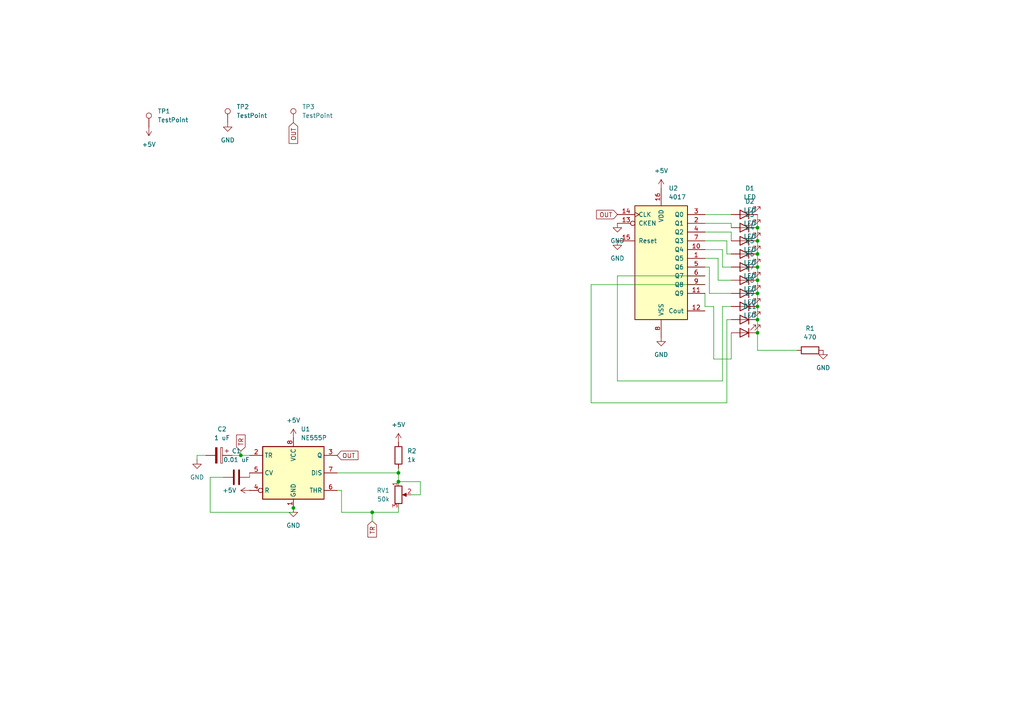
<source format=kicad_sch>
(kicad_sch
	(version 20250114)
	(generator "eeschema")
	(generator_version "9.0")
	(uuid "d6260369-7ba9-46d9-a2a8-5cc1afa8ff4e")
	(paper "A4")
	(lib_symbols
		(symbol "4xxx:4017"
			(pin_names
				(offset 1.016)
			)
			(exclude_from_sim no)
			(in_bom yes)
			(on_board yes)
			(property "Reference" "U"
				(at -7.62 16.51 0)
				(effects
					(font
						(size 1.27 1.27)
					)
				)
			)
			(property "Value" "4017"
				(at -7.62 -19.05 0)
				(effects
					(font
						(size 1.27 1.27)
					)
				)
			)
			(property "Footprint" ""
				(at 0 0 0)
				(effects
					(font
						(size 1.27 1.27)
					)
					(hide yes)
				)
			)
			(property "Datasheet" "http://www.intersil.com/content/dam/Intersil/documents/cd40/cd4017bms-22bms.pdf"
				(at 0 0 0)
				(effects
					(font
						(size 1.27 1.27)
					)
					(hide yes)
				)
			)
			(property "Description" "Johnson Counter ( 10 outputs )"
				(at 0 0 0)
				(effects
					(font
						(size 1.27 1.27)
					)
					(hide yes)
				)
			)
			(property "ki_locked" ""
				(at 0 0 0)
				(effects
					(font
						(size 1.27 1.27)
					)
				)
			)
			(property "ki_keywords" "CNT CNT10"
				(at 0 0 0)
				(effects
					(font
						(size 1.27 1.27)
					)
					(hide yes)
				)
			)
			(property "ki_fp_filters" "DIP?16*"
				(at 0 0 0)
				(effects
					(font
						(size 1.27 1.27)
					)
					(hide yes)
				)
			)
			(symbol "4017_1_0"
				(pin input clock
					(at -12.7 12.7 0)
					(length 5.08)
					(name "CLK"
						(effects
							(font
								(size 1.27 1.27)
							)
						)
					)
					(number "14"
						(effects
							(font
								(size 1.27 1.27)
							)
						)
					)
				)
				(pin input inverted
					(at -12.7 10.16 0)
					(length 5.08)
					(name "CKEN"
						(effects
							(font
								(size 1.27 1.27)
							)
						)
					)
					(number "13"
						(effects
							(font
								(size 1.27 1.27)
							)
						)
					)
				)
				(pin input line
					(at -12.7 5.08 0)
					(length 5.08)
					(name "Reset"
						(effects
							(font
								(size 1.27 1.27)
							)
						)
					)
					(number "15"
						(effects
							(font
								(size 1.27 1.27)
							)
						)
					)
				)
				(pin power_in line
					(at 0 20.32 270)
					(length 5.08)
					(name "VDD"
						(effects
							(font
								(size 1.27 1.27)
							)
						)
					)
					(number "16"
						(effects
							(font
								(size 1.27 1.27)
							)
						)
					)
				)
				(pin power_in line
					(at 0 -22.86 90)
					(length 5.08)
					(name "VSS"
						(effects
							(font
								(size 1.27 1.27)
							)
						)
					)
					(number "8"
						(effects
							(font
								(size 1.27 1.27)
							)
						)
					)
				)
				(pin output line
					(at 12.7 12.7 180)
					(length 5.08)
					(name "Q0"
						(effects
							(font
								(size 1.27 1.27)
							)
						)
					)
					(number "3"
						(effects
							(font
								(size 1.27 1.27)
							)
						)
					)
				)
				(pin output line
					(at 12.7 10.16 180)
					(length 5.08)
					(name "Q1"
						(effects
							(font
								(size 1.27 1.27)
							)
						)
					)
					(number "2"
						(effects
							(font
								(size 1.27 1.27)
							)
						)
					)
				)
				(pin output line
					(at 12.7 7.62 180)
					(length 5.08)
					(name "Q2"
						(effects
							(font
								(size 1.27 1.27)
							)
						)
					)
					(number "4"
						(effects
							(font
								(size 1.27 1.27)
							)
						)
					)
				)
				(pin output line
					(at 12.7 5.08 180)
					(length 5.08)
					(name "Q3"
						(effects
							(font
								(size 1.27 1.27)
							)
						)
					)
					(number "7"
						(effects
							(font
								(size 1.27 1.27)
							)
						)
					)
				)
				(pin output line
					(at 12.7 2.54 180)
					(length 5.08)
					(name "Q4"
						(effects
							(font
								(size 1.27 1.27)
							)
						)
					)
					(number "10"
						(effects
							(font
								(size 1.27 1.27)
							)
						)
					)
				)
				(pin output line
					(at 12.7 0 180)
					(length 5.08)
					(name "Q5"
						(effects
							(font
								(size 1.27 1.27)
							)
						)
					)
					(number "1"
						(effects
							(font
								(size 1.27 1.27)
							)
						)
					)
				)
				(pin output line
					(at 12.7 -2.54 180)
					(length 5.08)
					(name "Q6"
						(effects
							(font
								(size 1.27 1.27)
							)
						)
					)
					(number "5"
						(effects
							(font
								(size 1.27 1.27)
							)
						)
					)
				)
				(pin output line
					(at 12.7 -5.08 180)
					(length 5.08)
					(name "Q7"
						(effects
							(font
								(size 1.27 1.27)
							)
						)
					)
					(number "6"
						(effects
							(font
								(size 1.27 1.27)
							)
						)
					)
				)
				(pin output line
					(at 12.7 -7.62 180)
					(length 5.08)
					(name "Q8"
						(effects
							(font
								(size 1.27 1.27)
							)
						)
					)
					(number "9"
						(effects
							(font
								(size 1.27 1.27)
							)
						)
					)
				)
				(pin output line
					(at 12.7 -10.16 180)
					(length 5.08)
					(name "Q9"
						(effects
							(font
								(size 1.27 1.27)
							)
						)
					)
					(number "11"
						(effects
							(font
								(size 1.27 1.27)
							)
						)
					)
				)
				(pin output line
					(at 12.7 -15.24 180)
					(length 5.08)
					(name "Cout"
						(effects
							(font
								(size 1.27 1.27)
							)
						)
					)
					(number "12"
						(effects
							(font
								(size 1.27 1.27)
							)
						)
					)
				)
			)
			(symbol "4017_1_1"
				(rectangle
					(start -7.62 15.24)
					(end 7.62 -17.78)
					(stroke
						(width 0.254)
						(type default)
					)
					(fill
						(type background)
					)
				)
			)
			(embedded_fonts no)
		)
		(symbol "Connector:TestPoint"
			(pin_numbers
				(hide yes)
			)
			(pin_names
				(offset 0.762)
				(hide yes)
			)
			(exclude_from_sim no)
			(in_bom yes)
			(on_board yes)
			(property "Reference" "TP"
				(at 0 6.858 0)
				(effects
					(font
						(size 1.27 1.27)
					)
				)
			)
			(property "Value" "TestPoint"
				(at 0 5.08 0)
				(effects
					(font
						(size 1.27 1.27)
					)
				)
			)
			(property "Footprint" ""
				(at 5.08 0 0)
				(effects
					(font
						(size 1.27 1.27)
					)
					(hide yes)
				)
			)
			(property "Datasheet" "~"
				(at 5.08 0 0)
				(effects
					(font
						(size 1.27 1.27)
					)
					(hide yes)
				)
			)
			(property "Description" "test point"
				(at 0 0 0)
				(effects
					(font
						(size 1.27 1.27)
					)
					(hide yes)
				)
			)
			(property "ki_keywords" "test point tp"
				(at 0 0 0)
				(effects
					(font
						(size 1.27 1.27)
					)
					(hide yes)
				)
			)
			(property "ki_fp_filters" "Pin* Test*"
				(at 0 0 0)
				(effects
					(font
						(size 1.27 1.27)
					)
					(hide yes)
				)
			)
			(symbol "TestPoint_0_1"
				(circle
					(center 0 3.302)
					(radius 0.762)
					(stroke
						(width 0)
						(type default)
					)
					(fill
						(type none)
					)
				)
			)
			(symbol "TestPoint_1_1"
				(pin passive line
					(at 0 0 90)
					(length 2.54)
					(name "1"
						(effects
							(font
								(size 1.27 1.27)
							)
						)
					)
					(number "1"
						(effects
							(font
								(size 1.27 1.27)
							)
						)
					)
				)
			)
			(embedded_fonts no)
		)
		(symbol "Device:C"
			(pin_numbers
				(hide yes)
			)
			(pin_names
				(offset 0.254)
			)
			(exclude_from_sim no)
			(in_bom yes)
			(on_board yes)
			(property "Reference" "C"
				(at 0.635 2.54 0)
				(effects
					(font
						(size 1.27 1.27)
					)
					(justify left)
				)
			)
			(property "Value" "C"
				(at 0.635 -2.54 0)
				(effects
					(font
						(size 1.27 1.27)
					)
					(justify left)
				)
			)
			(property "Footprint" ""
				(at 0.9652 -3.81 0)
				(effects
					(font
						(size 1.27 1.27)
					)
					(hide yes)
				)
			)
			(property "Datasheet" "~"
				(at 0 0 0)
				(effects
					(font
						(size 1.27 1.27)
					)
					(hide yes)
				)
			)
			(property "Description" "Unpolarized capacitor"
				(at 0 0 0)
				(effects
					(font
						(size 1.27 1.27)
					)
					(hide yes)
				)
			)
			(property "ki_keywords" "cap capacitor"
				(at 0 0 0)
				(effects
					(font
						(size 1.27 1.27)
					)
					(hide yes)
				)
			)
			(property "ki_fp_filters" "C_*"
				(at 0 0 0)
				(effects
					(font
						(size 1.27 1.27)
					)
					(hide yes)
				)
			)
			(symbol "C_0_1"
				(polyline
					(pts
						(xy -2.032 0.762) (xy 2.032 0.762)
					)
					(stroke
						(width 0.508)
						(type default)
					)
					(fill
						(type none)
					)
				)
				(polyline
					(pts
						(xy -2.032 -0.762) (xy 2.032 -0.762)
					)
					(stroke
						(width 0.508)
						(type default)
					)
					(fill
						(type none)
					)
				)
			)
			(symbol "C_1_1"
				(pin passive line
					(at 0 3.81 270)
					(length 2.794)
					(name "~"
						(effects
							(font
								(size 1.27 1.27)
							)
						)
					)
					(number "1"
						(effects
							(font
								(size 1.27 1.27)
							)
						)
					)
				)
				(pin passive line
					(at 0 -3.81 90)
					(length 2.794)
					(name "~"
						(effects
							(font
								(size 1.27 1.27)
							)
						)
					)
					(number "2"
						(effects
							(font
								(size 1.27 1.27)
							)
						)
					)
				)
			)
			(embedded_fonts no)
		)
		(symbol "Device:C_Polarized"
			(pin_numbers
				(hide yes)
			)
			(pin_names
				(offset 0.254)
			)
			(exclude_from_sim no)
			(in_bom yes)
			(on_board yes)
			(property "Reference" "C"
				(at 0.635 2.54 0)
				(effects
					(font
						(size 1.27 1.27)
					)
					(justify left)
				)
			)
			(property "Value" "C_Polarized"
				(at 0.635 -2.54 0)
				(effects
					(font
						(size 1.27 1.27)
					)
					(justify left)
				)
			)
			(property "Footprint" ""
				(at 0.9652 -3.81 0)
				(effects
					(font
						(size 1.27 1.27)
					)
					(hide yes)
				)
			)
			(property "Datasheet" "~"
				(at 0 0 0)
				(effects
					(font
						(size 1.27 1.27)
					)
					(hide yes)
				)
			)
			(property "Description" "Polarized capacitor"
				(at 0 0 0)
				(effects
					(font
						(size 1.27 1.27)
					)
					(hide yes)
				)
			)
			(property "ki_keywords" "cap capacitor"
				(at 0 0 0)
				(effects
					(font
						(size 1.27 1.27)
					)
					(hide yes)
				)
			)
			(property "ki_fp_filters" "CP_*"
				(at 0 0 0)
				(effects
					(font
						(size 1.27 1.27)
					)
					(hide yes)
				)
			)
			(symbol "C_Polarized_0_1"
				(rectangle
					(start -2.286 0.508)
					(end 2.286 1.016)
					(stroke
						(width 0)
						(type default)
					)
					(fill
						(type none)
					)
				)
				(polyline
					(pts
						(xy -1.778 2.286) (xy -0.762 2.286)
					)
					(stroke
						(width 0)
						(type default)
					)
					(fill
						(type none)
					)
				)
				(polyline
					(pts
						(xy -1.27 2.794) (xy -1.27 1.778)
					)
					(stroke
						(width 0)
						(type default)
					)
					(fill
						(type none)
					)
				)
				(rectangle
					(start 2.286 -0.508)
					(end -2.286 -1.016)
					(stroke
						(width 0)
						(type default)
					)
					(fill
						(type outline)
					)
				)
			)
			(symbol "C_Polarized_1_1"
				(pin passive line
					(at 0 3.81 270)
					(length 2.794)
					(name "~"
						(effects
							(font
								(size 1.27 1.27)
							)
						)
					)
					(number "1"
						(effects
							(font
								(size 1.27 1.27)
							)
						)
					)
				)
				(pin passive line
					(at 0 -3.81 90)
					(length 2.794)
					(name "~"
						(effects
							(font
								(size 1.27 1.27)
							)
						)
					)
					(number "2"
						(effects
							(font
								(size 1.27 1.27)
							)
						)
					)
				)
			)
			(embedded_fonts no)
		)
		(symbol "Device:LED"
			(pin_numbers
				(hide yes)
			)
			(pin_names
				(offset 1.016)
				(hide yes)
			)
			(exclude_from_sim no)
			(in_bom yes)
			(on_board yes)
			(property "Reference" "D"
				(at 0 2.54 0)
				(effects
					(font
						(size 1.27 1.27)
					)
				)
			)
			(property "Value" "LED"
				(at 0 -2.54 0)
				(effects
					(font
						(size 1.27 1.27)
					)
				)
			)
			(property "Footprint" ""
				(at 0 0 0)
				(effects
					(font
						(size 1.27 1.27)
					)
					(hide yes)
				)
			)
			(property "Datasheet" "~"
				(at 0 0 0)
				(effects
					(font
						(size 1.27 1.27)
					)
					(hide yes)
				)
			)
			(property "Description" "Light emitting diode"
				(at 0 0 0)
				(effects
					(font
						(size 1.27 1.27)
					)
					(hide yes)
				)
			)
			(property "Sim.Pins" "1=K 2=A"
				(at 0 0 0)
				(effects
					(font
						(size 1.27 1.27)
					)
					(hide yes)
				)
			)
			(property "ki_keywords" "LED diode"
				(at 0 0 0)
				(effects
					(font
						(size 1.27 1.27)
					)
					(hide yes)
				)
			)
			(property "ki_fp_filters" "LED* LED_SMD:* LED_THT:*"
				(at 0 0 0)
				(effects
					(font
						(size 1.27 1.27)
					)
					(hide yes)
				)
			)
			(symbol "LED_0_1"
				(polyline
					(pts
						(xy -3.048 -0.762) (xy -4.572 -2.286) (xy -3.81 -2.286) (xy -4.572 -2.286) (xy -4.572 -1.524)
					)
					(stroke
						(width 0)
						(type default)
					)
					(fill
						(type none)
					)
				)
				(polyline
					(pts
						(xy -1.778 -0.762) (xy -3.302 -2.286) (xy -2.54 -2.286) (xy -3.302 -2.286) (xy -3.302 -1.524)
					)
					(stroke
						(width 0)
						(type default)
					)
					(fill
						(type none)
					)
				)
				(polyline
					(pts
						(xy -1.27 0) (xy 1.27 0)
					)
					(stroke
						(width 0)
						(type default)
					)
					(fill
						(type none)
					)
				)
				(polyline
					(pts
						(xy -1.27 -1.27) (xy -1.27 1.27)
					)
					(stroke
						(width 0.254)
						(type default)
					)
					(fill
						(type none)
					)
				)
				(polyline
					(pts
						(xy 1.27 -1.27) (xy 1.27 1.27) (xy -1.27 0) (xy 1.27 -1.27)
					)
					(stroke
						(width 0.254)
						(type default)
					)
					(fill
						(type none)
					)
				)
			)
			(symbol "LED_1_1"
				(pin passive line
					(at -3.81 0 0)
					(length 2.54)
					(name "K"
						(effects
							(font
								(size 1.27 1.27)
							)
						)
					)
					(number "1"
						(effects
							(font
								(size 1.27 1.27)
							)
						)
					)
				)
				(pin passive line
					(at 3.81 0 180)
					(length 2.54)
					(name "A"
						(effects
							(font
								(size 1.27 1.27)
							)
						)
					)
					(number "2"
						(effects
							(font
								(size 1.27 1.27)
							)
						)
					)
				)
			)
			(embedded_fonts no)
		)
		(symbol "Device:R"
			(pin_numbers
				(hide yes)
			)
			(pin_names
				(offset 0)
			)
			(exclude_from_sim no)
			(in_bom yes)
			(on_board yes)
			(property "Reference" "R"
				(at 2.032 0 90)
				(effects
					(font
						(size 1.27 1.27)
					)
				)
			)
			(property "Value" "R"
				(at 0 0 90)
				(effects
					(font
						(size 1.27 1.27)
					)
				)
			)
			(property "Footprint" ""
				(at -1.778 0 90)
				(effects
					(font
						(size 1.27 1.27)
					)
					(hide yes)
				)
			)
			(property "Datasheet" "~"
				(at 0 0 0)
				(effects
					(font
						(size 1.27 1.27)
					)
					(hide yes)
				)
			)
			(property "Description" "Resistor"
				(at 0 0 0)
				(effects
					(font
						(size 1.27 1.27)
					)
					(hide yes)
				)
			)
			(property "ki_keywords" "R res resistor"
				(at 0 0 0)
				(effects
					(font
						(size 1.27 1.27)
					)
					(hide yes)
				)
			)
			(property "ki_fp_filters" "R_*"
				(at 0 0 0)
				(effects
					(font
						(size 1.27 1.27)
					)
					(hide yes)
				)
			)
			(symbol "R_0_1"
				(rectangle
					(start -1.016 -2.54)
					(end 1.016 2.54)
					(stroke
						(width 0.254)
						(type default)
					)
					(fill
						(type none)
					)
				)
			)
			(symbol "R_1_1"
				(pin passive line
					(at 0 3.81 270)
					(length 1.27)
					(name "~"
						(effects
							(font
								(size 1.27 1.27)
							)
						)
					)
					(number "1"
						(effects
							(font
								(size 1.27 1.27)
							)
						)
					)
				)
				(pin passive line
					(at 0 -3.81 90)
					(length 1.27)
					(name "~"
						(effects
							(font
								(size 1.27 1.27)
							)
						)
					)
					(number "2"
						(effects
							(font
								(size 1.27 1.27)
							)
						)
					)
				)
			)
			(embedded_fonts no)
		)
		(symbol "Device:R_Potentiometer"
			(pin_names
				(offset 1.016)
				(hide yes)
			)
			(exclude_from_sim no)
			(in_bom yes)
			(on_board yes)
			(property "Reference" "RV"
				(at -4.445 0 90)
				(effects
					(font
						(size 1.27 1.27)
					)
				)
			)
			(property "Value" "R_Potentiometer"
				(at -2.54 0 90)
				(effects
					(font
						(size 1.27 1.27)
					)
				)
			)
			(property "Footprint" ""
				(at 0 0 0)
				(effects
					(font
						(size 1.27 1.27)
					)
					(hide yes)
				)
			)
			(property "Datasheet" "~"
				(at 0 0 0)
				(effects
					(font
						(size 1.27 1.27)
					)
					(hide yes)
				)
			)
			(property "Description" "Potentiometer"
				(at 0 0 0)
				(effects
					(font
						(size 1.27 1.27)
					)
					(hide yes)
				)
			)
			(property "ki_keywords" "resistor variable"
				(at 0 0 0)
				(effects
					(font
						(size 1.27 1.27)
					)
					(hide yes)
				)
			)
			(property "ki_fp_filters" "Potentiometer*"
				(at 0 0 0)
				(effects
					(font
						(size 1.27 1.27)
					)
					(hide yes)
				)
			)
			(symbol "R_Potentiometer_0_1"
				(rectangle
					(start 1.016 2.54)
					(end -1.016 -2.54)
					(stroke
						(width 0.254)
						(type default)
					)
					(fill
						(type none)
					)
				)
				(polyline
					(pts
						(xy 1.143 0) (xy 2.286 0.508) (xy 2.286 -0.508) (xy 1.143 0)
					)
					(stroke
						(width 0)
						(type default)
					)
					(fill
						(type outline)
					)
				)
				(polyline
					(pts
						(xy 2.54 0) (xy 1.524 0)
					)
					(stroke
						(width 0)
						(type default)
					)
					(fill
						(type none)
					)
				)
			)
			(symbol "R_Potentiometer_1_1"
				(pin passive line
					(at 0 3.81 270)
					(length 1.27)
					(name "1"
						(effects
							(font
								(size 1.27 1.27)
							)
						)
					)
					(number "1"
						(effects
							(font
								(size 1.27 1.27)
							)
						)
					)
				)
				(pin passive line
					(at 0 -3.81 90)
					(length 1.27)
					(name "3"
						(effects
							(font
								(size 1.27 1.27)
							)
						)
					)
					(number "3"
						(effects
							(font
								(size 1.27 1.27)
							)
						)
					)
				)
				(pin passive line
					(at 3.81 0 180)
					(length 1.27)
					(name "2"
						(effects
							(font
								(size 1.27 1.27)
							)
						)
					)
					(number "2"
						(effects
							(font
								(size 1.27 1.27)
							)
						)
					)
				)
			)
			(embedded_fonts no)
		)
		(symbol "Timer:NE555P"
			(exclude_from_sim no)
			(in_bom yes)
			(on_board yes)
			(property "Reference" "U"
				(at -10.16 8.89 0)
				(effects
					(font
						(size 1.27 1.27)
					)
					(justify left)
				)
			)
			(property "Value" "NE555P"
				(at 2.54 8.89 0)
				(effects
					(font
						(size 1.27 1.27)
					)
					(justify left)
				)
			)
			(property "Footprint" "Package_DIP:DIP-8_W7.62mm"
				(at 16.51 -10.16 0)
				(effects
					(font
						(size 1.27 1.27)
					)
					(hide yes)
				)
			)
			(property "Datasheet" "http://www.ti.com/lit/ds/symlink/ne555.pdf"
				(at 21.59 -10.16 0)
				(effects
					(font
						(size 1.27 1.27)
					)
					(hide yes)
				)
			)
			(property "Description" "Precision Timers, 555 compatible,  PDIP-8"
				(at 0 0 0)
				(effects
					(font
						(size 1.27 1.27)
					)
					(hide yes)
				)
			)
			(property "ki_keywords" "single timer 555"
				(at 0 0 0)
				(effects
					(font
						(size 1.27 1.27)
					)
					(hide yes)
				)
			)
			(property "ki_fp_filters" "DIP*W7.62mm*"
				(at 0 0 0)
				(effects
					(font
						(size 1.27 1.27)
					)
					(hide yes)
				)
			)
			(symbol "NE555P_0_0"
				(pin power_in line
					(at 0 10.16 270)
					(length 2.54)
					(name "VCC"
						(effects
							(font
								(size 1.27 1.27)
							)
						)
					)
					(number "8"
						(effects
							(font
								(size 1.27 1.27)
							)
						)
					)
				)
				(pin power_in line
					(at 0 -10.16 90)
					(length 2.54)
					(name "GND"
						(effects
							(font
								(size 1.27 1.27)
							)
						)
					)
					(number "1"
						(effects
							(font
								(size 1.27 1.27)
							)
						)
					)
				)
			)
			(symbol "NE555P_0_1"
				(rectangle
					(start -8.89 -7.62)
					(end 8.89 7.62)
					(stroke
						(width 0.254)
						(type default)
					)
					(fill
						(type background)
					)
				)
				(rectangle
					(start -8.89 -7.62)
					(end 8.89 7.62)
					(stroke
						(width 0.254)
						(type default)
					)
					(fill
						(type background)
					)
				)
			)
			(symbol "NE555P_1_1"
				(pin input line
					(at -12.7 5.08 0)
					(length 3.81)
					(name "TR"
						(effects
							(font
								(size 1.27 1.27)
							)
						)
					)
					(number "2"
						(effects
							(font
								(size 1.27 1.27)
							)
						)
					)
				)
				(pin input line
					(at -12.7 0 0)
					(length 3.81)
					(name "CV"
						(effects
							(font
								(size 1.27 1.27)
							)
						)
					)
					(number "5"
						(effects
							(font
								(size 1.27 1.27)
							)
						)
					)
				)
				(pin input inverted
					(at -12.7 -5.08 0)
					(length 3.81)
					(name "R"
						(effects
							(font
								(size 1.27 1.27)
							)
						)
					)
					(number "4"
						(effects
							(font
								(size 1.27 1.27)
							)
						)
					)
				)
				(pin output line
					(at 12.7 5.08 180)
					(length 3.81)
					(name "Q"
						(effects
							(font
								(size 1.27 1.27)
							)
						)
					)
					(number "3"
						(effects
							(font
								(size 1.27 1.27)
							)
						)
					)
				)
				(pin input line
					(at 12.7 0 180)
					(length 3.81)
					(name "DIS"
						(effects
							(font
								(size 1.27 1.27)
							)
						)
					)
					(number "7"
						(effects
							(font
								(size 1.27 1.27)
							)
						)
					)
				)
				(pin input line
					(at 12.7 -5.08 180)
					(length 3.81)
					(name "THR"
						(effects
							(font
								(size 1.27 1.27)
							)
						)
					)
					(number "6"
						(effects
							(font
								(size 1.27 1.27)
							)
						)
					)
				)
			)
			(embedded_fonts no)
		)
		(symbol "power:+5V"
			(power)
			(pin_numbers
				(hide yes)
			)
			(pin_names
				(offset 0)
				(hide yes)
			)
			(exclude_from_sim no)
			(in_bom yes)
			(on_board yes)
			(property "Reference" "#PWR"
				(at 0 -3.81 0)
				(effects
					(font
						(size 1.27 1.27)
					)
					(hide yes)
				)
			)
			(property "Value" "+5V"
				(at 0 3.556 0)
				(effects
					(font
						(size 1.27 1.27)
					)
				)
			)
			(property "Footprint" ""
				(at 0 0 0)
				(effects
					(font
						(size 1.27 1.27)
					)
					(hide yes)
				)
			)
			(property "Datasheet" ""
				(at 0 0 0)
				(effects
					(font
						(size 1.27 1.27)
					)
					(hide yes)
				)
			)
			(property "Description" "Power symbol creates a global label with name \"+5V\""
				(at 0 0 0)
				(effects
					(font
						(size 1.27 1.27)
					)
					(hide yes)
				)
			)
			(property "ki_keywords" "global power"
				(at 0 0 0)
				(effects
					(font
						(size 1.27 1.27)
					)
					(hide yes)
				)
			)
			(symbol "+5V_0_1"
				(polyline
					(pts
						(xy -0.762 1.27) (xy 0 2.54)
					)
					(stroke
						(width 0)
						(type default)
					)
					(fill
						(type none)
					)
				)
				(polyline
					(pts
						(xy 0 2.54) (xy 0.762 1.27)
					)
					(stroke
						(width 0)
						(type default)
					)
					(fill
						(type none)
					)
				)
				(polyline
					(pts
						(xy 0 0) (xy 0 2.54)
					)
					(stroke
						(width 0)
						(type default)
					)
					(fill
						(type none)
					)
				)
			)
			(symbol "+5V_1_1"
				(pin power_in line
					(at 0 0 90)
					(length 0)
					(name "~"
						(effects
							(font
								(size 1.27 1.27)
							)
						)
					)
					(number "1"
						(effects
							(font
								(size 1.27 1.27)
							)
						)
					)
				)
			)
			(embedded_fonts no)
		)
		(symbol "power:GND"
			(power)
			(pin_numbers
				(hide yes)
			)
			(pin_names
				(offset 0)
				(hide yes)
			)
			(exclude_from_sim no)
			(in_bom yes)
			(on_board yes)
			(property "Reference" "#PWR"
				(at 0 -6.35 0)
				(effects
					(font
						(size 1.27 1.27)
					)
					(hide yes)
				)
			)
			(property "Value" "GND"
				(at 0 -3.81 0)
				(effects
					(font
						(size 1.27 1.27)
					)
				)
			)
			(property "Footprint" ""
				(at 0 0 0)
				(effects
					(font
						(size 1.27 1.27)
					)
					(hide yes)
				)
			)
			(property "Datasheet" ""
				(at 0 0 0)
				(effects
					(font
						(size 1.27 1.27)
					)
					(hide yes)
				)
			)
			(property "Description" "Power symbol creates a global label with name \"GND\" , ground"
				(at 0 0 0)
				(effects
					(font
						(size 1.27 1.27)
					)
					(hide yes)
				)
			)
			(property "ki_keywords" "global power"
				(at 0 0 0)
				(effects
					(font
						(size 1.27 1.27)
					)
					(hide yes)
				)
			)
			(symbol "GND_0_1"
				(polyline
					(pts
						(xy 0 0) (xy 0 -1.27) (xy 1.27 -1.27) (xy 0 -2.54) (xy -1.27 -1.27) (xy 0 -1.27)
					)
					(stroke
						(width 0)
						(type default)
					)
					(fill
						(type none)
					)
				)
			)
			(symbol "GND_1_1"
				(pin power_in line
					(at 0 0 270)
					(length 0)
					(name "~"
						(effects
							(font
								(size 1.27 1.27)
							)
						)
					)
					(number "1"
						(effects
							(font
								(size 1.27 1.27)
							)
						)
					)
				)
			)
			(embedded_fonts no)
		)
	)
	(junction
		(at 219.71 88.9)
		(diameter 0)
		(color 0 0 0 0)
		(uuid "1c6f0e3c-4d17-40be-ab5d-12a05c53bb86")
	)
	(junction
		(at 85.09 147.32)
		(diameter 0)
		(color 0 0 0 0)
		(uuid "23bef0f1-c8fd-42ff-888e-ac10d71e00b2")
	)
	(junction
		(at 107.95 148.59)
		(diameter 0)
		(color 0 0 0 0)
		(uuid "3566d759-589f-48e0-b3b0-0efd0197dca1")
	)
	(junction
		(at 219.71 69.85)
		(diameter 0)
		(color 0 0 0 0)
		(uuid "3c9c8d6e-b910-48fb-876c-93dec3cb10f4")
	)
	(junction
		(at 219.71 96.52)
		(diameter 0)
		(color 0 0 0 0)
		(uuid "47d1e103-f14c-4a31-833b-0ea9522e8286")
	)
	(junction
		(at 219.71 73.66)
		(diameter 0)
		(color 0 0 0 0)
		(uuid "62abc382-c9af-4c97-a6bb-7f757b330200")
	)
	(junction
		(at 219.71 85.09)
		(diameter 0)
		(color 0 0 0 0)
		(uuid "7ab09fa3-38e7-429d-a150-a3c911c58e7b")
	)
	(junction
		(at 115.57 139.7)
		(diameter 0)
		(color 0 0 0 0)
		(uuid "81c9ca6c-f660-479c-a56f-73435ede3521")
	)
	(junction
		(at 219.71 77.47)
		(diameter 0)
		(color 0 0 0 0)
		(uuid "8f8bd202-da74-4313-b76b-9ef23e51fac6")
	)
	(junction
		(at 219.71 66.04)
		(diameter 0)
		(color 0 0 0 0)
		(uuid "a87e0f46-47d8-4ca8-87a7-4a41602800f9")
	)
	(junction
		(at 219.71 81.28)
		(diameter 0)
		(color 0 0 0 0)
		(uuid "bcd3470e-9304-484f-85a9-2147310a0d4c")
	)
	(junction
		(at 219.71 92.71)
		(diameter 0)
		(color 0 0 0 0)
		(uuid "d1866f7a-0316-46b8-b1bf-642f2d88b739")
	)
	(junction
		(at 69.85 132.08)
		(diameter 0)
		(color 0 0 0 0)
		(uuid "d4d8411c-614e-417f-98eb-40c66d9df5d2")
	)
	(junction
		(at 115.57 137.16)
		(diameter 0)
		(color 0 0 0 0)
		(uuid "d7f42e9d-495d-4775-b54e-dc8ef3ba8e11")
	)
	(wire
		(pts
			(xy 121.92 139.7) (xy 121.92 143.51)
		)
		(stroke
			(width 0)
			(type default)
		)
		(uuid "01a19190-70b6-4647-a3d9-1b5da699e171")
	)
	(wire
		(pts
			(xy 204.47 64.77) (xy 212.09 64.77)
		)
		(stroke
			(width 0)
			(type default)
		)
		(uuid "02c14f8d-1f8b-4268-885f-d7f573123d99")
	)
	(wire
		(pts
			(xy 69.85 132.08) (xy 72.39 132.08)
		)
		(stroke
			(width 0)
			(type default)
		)
		(uuid "03ac6b57-9a1e-4d63-a905-b84f5cc61c5b")
	)
	(wire
		(pts
			(xy 210.82 69.85) (xy 210.82 73.66)
		)
		(stroke
			(width 0)
			(type default)
		)
		(uuid "0402a696-a089-4d64-81f9-1c37c832aeb2")
	)
	(wire
		(pts
			(xy 171.45 116.84) (xy 210.82 116.84)
		)
		(stroke
			(width 0)
			(type default)
		)
		(uuid "08c95279-9d14-495d-a829-56eec7b188c2")
	)
	(wire
		(pts
			(xy 209.55 88.9) (xy 212.09 88.9)
		)
		(stroke
			(width 0)
			(type default)
		)
		(uuid "09cb2a4c-dbca-4b9d-8248-98754d42a641")
	)
	(wire
		(pts
			(xy 204.47 72.39) (xy 209.55 72.39)
		)
		(stroke
			(width 0)
			(type default)
		)
		(uuid "0f4a3a87-e317-4933-b5e3-95b46d4360ce")
	)
	(wire
		(pts
			(xy 107.95 148.59) (xy 107.95 151.13)
		)
		(stroke
			(width 0)
			(type default)
		)
		(uuid "0f68cf62-a98a-46a7-8528-e19f736f9ed3")
	)
	(wire
		(pts
			(xy 205.74 85.09) (xy 212.09 85.09)
		)
		(stroke
			(width 0)
			(type default)
		)
		(uuid "0f7d26f3-d785-49e3-b5ea-a306644f0d3a")
	)
	(wire
		(pts
			(xy 231.14 101.6) (xy 219.71 101.6)
		)
		(stroke
			(width 0)
			(type default)
		)
		(uuid "16c531d1-a208-4aa7-90ed-53da61851787")
	)
	(wire
		(pts
			(xy 219.71 85.09) (xy 219.71 88.9)
		)
		(stroke
			(width 0)
			(type default)
		)
		(uuid "171d3dc9-2f6b-46f1-96da-a3d0c68f31a8")
	)
	(wire
		(pts
			(xy 204.47 77.47) (xy 205.74 77.47)
		)
		(stroke
			(width 0)
			(type default)
		)
		(uuid "17548377-b8cb-432e-a873-a3982b424882")
	)
	(wire
		(pts
			(xy 60.96 138.43) (xy 60.96 148.59)
		)
		(stroke
			(width 0)
			(type default)
		)
		(uuid "17760ad0-7136-4333-a4a5-72254ae0dd51")
	)
	(wire
		(pts
			(xy 115.57 137.16) (xy 115.57 139.7)
		)
		(stroke
			(width 0)
			(type default)
		)
		(uuid "282ca937-f327-44c1-a4cc-77d50b2b110d")
	)
	(wire
		(pts
			(xy 208.28 81.28) (xy 212.09 81.28)
		)
		(stroke
			(width 0)
			(type default)
		)
		(uuid "2cc7b0ab-aa19-469a-bea4-742507bbf426")
	)
	(wire
		(pts
			(xy 59.69 132.08) (xy 57.15 132.08)
		)
		(stroke
			(width 0)
			(type default)
		)
		(uuid "3094d4c9-7a12-4a81-b4ac-0efb4eb60c37")
	)
	(wire
		(pts
			(xy 115.57 139.7) (xy 121.92 139.7)
		)
		(stroke
			(width 0)
			(type default)
		)
		(uuid "3166681f-be1b-434e-9fbc-7ced6b71af44")
	)
	(wire
		(pts
			(xy 209.55 77.47) (xy 212.09 77.47)
		)
		(stroke
			(width 0)
			(type default)
		)
		(uuid "37818570-4017-43d9-a011-0e3a92df9b78")
	)
	(wire
		(pts
			(xy 204.47 67.31) (xy 212.09 67.31)
		)
		(stroke
			(width 0)
			(type default)
		)
		(uuid "39c002b0-262f-4585-b722-b83f00a566da")
	)
	(wire
		(pts
			(xy 219.71 77.47) (xy 219.71 81.28)
		)
		(stroke
			(width 0)
			(type default)
		)
		(uuid "39faf0e4-62ac-41ce-9759-9e6c5fe3c890")
	)
	(wire
		(pts
			(xy 115.57 148.59) (xy 115.57 147.32)
		)
		(stroke
			(width 0)
			(type default)
		)
		(uuid "42a4f1d8-d056-4855-bd4e-3dc29978e9d5")
	)
	(wire
		(pts
			(xy 210.82 92.71) (xy 212.09 92.71)
		)
		(stroke
			(width 0)
			(type default)
		)
		(uuid "42f1803d-426f-47ea-85b4-1f46c27cb166")
	)
	(wire
		(pts
			(xy 219.71 101.6) (xy 219.71 96.52)
		)
		(stroke
			(width 0)
			(type default)
		)
		(uuid "44462133-9b8b-4fc7-ae12-22e9fa2a2954")
	)
	(wire
		(pts
			(xy 97.79 142.24) (xy 99.06 142.24)
		)
		(stroke
			(width 0)
			(type default)
		)
		(uuid "466d1d53-3015-42b5-bd2b-baaf19bc8487")
	)
	(wire
		(pts
			(xy 60.96 148.59) (xy 85.09 148.59)
		)
		(stroke
			(width 0)
			(type default)
		)
		(uuid "4ebde055-b43b-4e85-8e85-d82ce736808e")
	)
	(wire
		(pts
			(xy 107.95 148.59) (xy 115.57 148.59)
		)
		(stroke
			(width 0)
			(type default)
		)
		(uuid "4f7c8428-0d6f-4a09-8076-2b9af2ba0dfc")
	)
	(wire
		(pts
			(xy 85.09 148.59) (xy 85.09 147.32)
		)
		(stroke
			(width 0)
			(type default)
		)
		(uuid "52980a60-c314-48b0-b9f6-1dee0d6aca9d")
	)
	(wire
		(pts
			(xy 179.07 80.01) (xy 179.07 110.49)
		)
		(stroke
			(width 0)
			(type default)
		)
		(uuid "58105cd5-2f2d-4026-b632-6ca0fcc2b8df")
	)
	(wire
		(pts
			(xy 57.15 132.08) (xy 57.15 133.35)
		)
		(stroke
			(width 0)
			(type default)
		)
		(uuid "625dfd89-6fab-408b-8a53-24aa7f0facf4")
	)
	(wire
		(pts
			(xy 204.47 74.93) (xy 208.28 74.93)
		)
		(stroke
			(width 0)
			(type default)
		)
		(uuid "69235c65-aeac-4122-b8c1-add68afbe42f")
	)
	(wire
		(pts
			(xy 99.06 142.24) (xy 99.06 148.59)
		)
		(stroke
			(width 0)
			(type default)
		)
		(uuid "6cb90025-5ab8-428c-a72a-0df1672594d1")
	)
	(wire
		(pts
			(xy 204.47 69.85) (xy 210.82 69.85)
		)
		(stroke
			(width 0)
			(type default)
		)
		(uuid "6e46b0d1-dd2a-43ee-8e17-0ba228fff91d")
	)
	(wire
		(pts
			(xy 67.31 132.08) (xy 69.85 132.08)
		)
		(stroke
			(width 0)
			(type default)
		)
		(uuid "6f30dccc-893e-422a-9c4a-0c9dd51cf192")
	)
	(wire
		(pts
			(xy 69.85 130.81) (xy 69.85 132.08)
		)
		(stroke
			(width 0)
			(type default)
		)
		(uuid "7a466a8a-c9ee-4f22-86f0-c23cd677db3c")
	)
	(wire
		(pts
			(xy 179.07 110.49) (xy 209.55 110.49)
		)
		(stroke
			(width 0)
			(type default)
		)
		(uuid "7dee019d-ad7e-4eb5-b331-a9a9b0327e09")
	)
	(wire
		(pts
			(xy 219.71 88.9) (xy 219.71 92.71)
		)
		(stroke
			(width 0)
			(type default)
		)
		(uuid "85f57a45-7058-4c2d-b912-d748bad3c558")
	)
	(wire
		(pts
			(xy 205.74 77.47) (xy 205.74 85.09)
		)
		(stroke
			(width 0)
			(type default)
		)
		(uuid "91b0ebd5-d1d6-415d-9687-1ba89b393bf2")
	)
	(wire
		(pts
			(xy 72.39 138.43) (xy 72.39 137.16)
		)
		(stroke
			(width 0)
			(type default)
		)
		(uuid "94a6cd1d-ccc2-4b4c-9427-f3e5c49ac114")
	)
	(wire
		(pts
			(xy 212.09 64.77) (xy 212.09 66.04)
		)
		(stroke
			(width 0)
			(type default)
		)
		(uuid "9aa2d6d1-e326-4509-acca-acf6d42688d9")
	)
	(wire
		(pts
			(xy 208.28 74.93) (xy 208.28 81.28)
		)
		(stroke
			(width 0)
			(type default)
		)
		(uuid "a24f080d-95f1-41b2-9b50-e3cba9a20b66")
	)
	(wire
		(pts
			(xy 99.06 148.59) (xy 107.95 148.59)
		)
		(stroke
			(width 0)
			(type default)
		)
		(uuid "a4b0cb01-b717-4a8a-a13f-d89f9ec51e7b")
	)
	(wire
		(pts
			(xy 212.09 104.14) (xy 212.09 96.52)
		)
		(stroke
			(width 0)
			(type default)
		)
		(uuid "a77f3bae-d1e5-4001-a5e6-efca8b3fee64")
	)
	(wire
		(pts
			(xy 219.71 73.66) (xy 219.71 77.47)
		)
		(stroke
			(width 0)
			(type default)
		)
		(uuid "a8f51460-669e-4f79-b95f-7807d6d56433")
	)
	(wire
		(pts
			(xy 204.47 85.09) (xy 204.47 88.9)
		)
		(stroke
			(width 0)
			(type default)
		)
		(uuid "ad6e795a-cc46-4c0d-adca-d0db4c58d441")
	)
	(wire
		(pts
			(xy 204.47 88.9) (xy 207.01 88.9)
		)
		(stroke
			(width 0)
			(type default)
		)
		(uuid "b025093f-e3b6-4688-81ec-ac056e1dddac")
	)
	(wire
		(pts
			(xy 219.71 66.04) (xy 219.71 69.85)
		)
		(stroke
			(width 0)
			(type default)
		)
		(uuid "b4478b31-10c4-4b3c-bc83-1e9cab34f413")
	)
	(wire
		(pts
			(xy 207.01 88.9) (xy 207.01 104.14)
		)
		(stroke
			(width 0)
			(type default)
		)
		(uuid "b6b3a25a-cd36-4809-b2f0-25e5de6884a5")
	)
	(wire
		(pts
			(xy 210.82 116.84) (xy 210.82 92.71)
		)
		(stroke
			(width 0)
			(type default)
		)
		(uuid "b85a85b7-afea-4a36-a72f-92ef82e846f5")
	)
	(wire
		(pts
			(xy 115.57 135.89) (xy 115.57 137.16)
		)
		(stroke
			(width 0)
			(type default)
		)
		(uuid "ba0418a1-148a-48d5-bbcd-c1dc6ee563e5")
	)
	(wire
		(pts
			(xy 219.71 92.71) (xy 219.71 96.52)
		)
		(stroke
			(width 0)
			(type default)
		)
		(uuid "ba162dc5-50ab-4910-8617-1d9bcd8e16bf")
	)
	(wire
		(pts
			(xy 121.92 143.51) (xy 119.38 143.51)
		)
		(stroke
			(width 0)
			(type default)
		)
		(uuid "bc1069ea-e7f9-47d7-8892-5b7c24ebba3b")
	)
	(wire
		(pts
			(xy 210.82 73.66) (xy 212.09 73.66)
		)
		(stroke
			(width 0)
			(type default)
		)
		(uuid "beaa8c98-2dbc-40d7-9a31-19c2c376292b")
	)
	(wire
		(pts
			(xy 171.45 82.55) (xy 171.45 116.84)
		)
		(stroke
			(width 0)
			(type default)
		)
		(uuid "c0643a56-4894-48ab-9211-194d4d6a60a1")
	)
	(wire
		(pts
			(xy 212.09 67.31) (xy 212.09 69.85)
		)
		(stroke
			(width 0)
			(type default)
		)
		(uuid "c40f3d13-aaf5-4361-967a-03e33fc4220d")
	)
	(wire
		(pts
			(xy 64.77 138.43) (xy 60.96 138.43)
		)
		(stroke
			(width 0)
			(type default)
		)
		(uuid "c50edb18-61dc-4b5f-9f78-81af7e587f69")
	)
	(wire
		(pts
			(xy 97.79 137.16) (xy 115.57 137.16)
		)
		(stroke
			(width 0)
			(type default)
		)
		(uuid "cd7a84cd-7c02-492c-9868-e3d1dd391a15")
	)
	(wire
		(pts
			(xy 204.47 62.23) (xy 212.09 62.23)
		)
		(stroke
			(width 0)
			(type default)
		)
		(uuid "cf81b08a-17a2-4d00-9f28-2f535f3c0baf")
	)
	(wire
		(pts
			(xy 204.47 80.01) (xy 179.07 80.01)
		)
		(stroke
			(width 0)
			(type default)
		)
		(uuid "d5a5bf66-1d50-4c94-9d40-a6c41cba2fa2")
	)
	(wire
		(pts
			(xy 209.55 110.49) (xy 209.55 88.9)
		)
		(stroke
			(width 0)
			(type default)
		)
		(uuid "d7cb174a-e9ec-45fd-9163-32b8c4621396")
	)
	(wire
		(pts
			(xy 219.71 81.28) (xy 219.71 85.09)
		)
		(stroke
			(width 0)
			(type default)
		)
		(uuid "d8a7c260-35a9-4b9b-9517-2c02e397a94d")
	)
	(wire
		(pts
			(xy 219.71 69.85) (xy 219.71 73.66)
		)
		(stroke
			(width 0)
			(type default)
		)
		(uuid "dc29c433-0155-45d8-973d-ae2f268e97fe")
	)
	(wire
		(pts
			(xy 219.71 62.23) (xy 219.71 66.04)
		)
		(stroke
			(width 0)
			(type default)
		)
		(uuid "e3936153-6dd2-4336-b7e0-77649c894dd9")
	)
	(wire
		(pts
			(xy 209.55 72.39) (xy 209.55 77.47)
		)
		(stroke
			(width 0)
			(type default)
		)
		(uuid "efa8edba-d36a-4ebc-b59a-ec1dbb5300f4")
	)
	(wire
		(pts
			(xy 204.47 82.55) (xy 171.45 82.55)
		)
		(stroke
			(width 0)
			(type default)
		)
		(uuid "feab8889-3ba3-4b6a-b998-6d32221bc573")
	)
	(wire
		(pts
			(xy 207.01 104.14) (xy 212.09 104.14)
		)
		(stroke
			(width 0)
			(type default)
		)
		(uuid "fee78cba-a9ed-43f2-bc6d-eeacf739c19e")
	)
	(global_label "OUT"
		(shape input)
		(at 97.79 132.08 0)
		(fields_autoplaced yes)
		(effects
			(font
				(size 1.27 1.27)
			)
			(justify left)
		)
		(uuid "0393a0f9-1573-480a-968f-27bb2a441d15")
		(property "Intersheetrefs" "${INTERSHEET_REFS}"
			(at 104.4038 132.08 0)
			(effects
				(font
					(size 1.27 1.27)
				)
				(justify left)
				(hide yes)
			)
		)
	)
	(global_label "TR"
		(shape input)
		(at 69.85 130.81 90)
		(fields_autoplaced yes)
		(effects
			(font
				(size 1.27 1.27)
			)
			(justify left)
		)
		(uuid "4073282c-29aa-4aec-b64a-9cfe149772f1")
		(property "Intersheetrefs" "${INTERSHEET_REFS}"
			(at 69.85 125.5872 90)
			(effects
				(font
					(size 1.27 1.27)
				)
				(justify left)
				(hide yes)
			)
		)
	)
	(global_label "OUT"
		(shape input)
		(at 85.09 35.56 270)
		(fields_autoplaced yes)
		(effects
			(font
				(size 1.27 1.27)
			)
			(justify right)
		)
		(uuid "8dfa9fcc-9e67-407d-bdf4-40bc759dec68")
		(property "Intersheetrefs" "${INTERSHEET_REFS}"
			(at 85.09 42.1738 90)
			(effects
				(font
					(size 1.27 1.27)
				)
				(justify right)
				(hide yes)
			)
		)
	)
	(global_label "TR"
		(shape input)
		(at 107.95 151.13 270)
		(fields_autoplaced yes)
		(effects
			(font
				(size 1.27 1.27)
			)
			(justify right)
		)
		(uuid "9213db48-ceda-4cfa-8732-638c0a1f4d41")
		(property "Intersheetrefs" "${INTERSHEET_REFS}"
			(at 107.95 156.3528 90)
			(effects
				(font
					(size 1.27 1.27)
				)
				(justify right)
				(hide yes)
			)
		)
	)
	(global_label "OUT"
		(shape input)
		(at 179.07 62.23 180)
		(fields_autoplaced yes)
		(effects
			(font
				(size 1.27 1.27)
			)
			(justify right)
		)
		(uuid "a909d703-decd-4c44-a32f-bf7d3a6d3b5d")
		(property "Intersheetrefs" "${INTERSHEET_REFS}"
			(at 172.4562 62.23 0)
			(effects
				(font
					(size 1.27 1.27)
				)
				(justify right)
				(hide yes)
			)
		)
	)
	(symbol
		(lib_id "power:GND")
		(at 179.07 64.77 0)
		(unit 1)
		(exclude_from_sim no)
		(in_bom yes)
		(on_board yes)
		(dnp no)
		(fields_autoplaced yes)
		(uuid "080cb588-f21c-4920-ba2b-168a5dbf479f")
		(property "Reference" "#PWR04"
			(at 179.07 71.12 0)
			(effects
				(font
					(size 1.27 1.27)
				)
				(hide yes)
			)
		)
		(property "Value" "GND"
			(at 179.07 69.85 0)
			(effects
				(font
					(size 1.27 1.27)
				)
			)
		)
		(property "Footprint" ""
			(at 179.07 64.77 0)
			(effects
				(font
					(size 1.27 1.27)
				)
				(hide yes)
			)
		)
		(property "Datasheet" ""
			(at 179.07 64.77 0)
			(effects
				(font
					(size 1.27 1.27)
				)
				(hide yes)
			)
		)
		(property "Description" "Power symbol creates a global label with name \"GND\" , ground"
			(at 179.07 64.77 0)
			(effects
				(font
					(size 1.27 1.27)
				)
				(hide yes)
			)
		)
		(pin "1"
			(uuid "24a261a8-d133-43b4-b8f0-8c15520388b1")
		)
		(instances
			(project ""
				(path "/d6260369-7ba9-46d9-a2a8-5cc1afa8ff4e"
					(reference "#PWR04")
					(unit 1)
				)
			)
		)
	)
	(symbol
		(lib_id "power:GND")
		(at 57.15 133.35 0)
		(unit 1)
		(exclude_from_sim no)
		(in_bom yes)
		(on_board yes)
		(dnp no)
		(fields_autoplaced yes)
		(uuid "0dd7463c-a563-408f-8fc9-035f1cc3b828")
		(property "Reference" "#PWR09"
			(at 57.15 139.7 0)
			(effects
				(font
					(size 1.27 1.27)
				)
				(hide yes)
			)
		)
		(property "Value" "GND"
			(at 57.15 138.43 0)
			(effects
				(font
					(size 1.27 1.27)
				)
			)
		)
		(property "Footprint" ""
			(at 57.15 133.35 0)
			(effects
				(font
					(size 1.27 1.27)
				)
				(hide yes)
			)
		)
		(property "Datasheet" ""
			(at 57.15 133.35 0)
			(effects
				(font
					(size 1.27 1.27)
				)
				(hide yes)
			)
		)
		(property "Description" "Power symbol creates a global label with name \"GND\" , ground"
			(at 57.15 133.35 0)
			(effects
				(font
					(size 1.27 1.27)
				)
				(hide yes)
			)
		)
		(pin "1"
			(uuid "b817b38d-8dd9-4bd6-aabc-1c88bce3ddb3")
		)
		(instances
			(project ""
				(path "/d6260369-7ba9-46d9-a2a8-5cc1afa8ff4e"
					(reference "#PWR09")
					(unit 1)
				)
			)
		)
	)
	(symbol
		(lib_id "power:GND")
		(at 400.05 41.91 0)
		(unit 1)
		(exclude_from_sim no)
		(in_bom yes)
		(on_board yes)
		(dnp no)
		(fields_autoplaced yes)
		(uuid "1ffc2072-bc75-4745-96ac-a1b933ee0c82")
		(property "Reference" "#PWR02"
			(at 400.05 48.26 0)
			(effects
				(font
					(size 1.27 1.27)
				)
				(hide yes)
			)
		)
		(property "Value" "GND"
			(at 400.05 46.99 0)
			(effects
				(font
					(size 1.27 1.27)
				)
			)
		)
		(property "Footprint" ""
			(at 400.05 41.91 0)
			(effects
				(font
					(size 1.27 1.27)
				)
				(hide yes)
			)
		)
		(property "Datasheet" ""
			(at 400.05 41.91 0)
			(effects
				(font
					(size 1.27 1.27)
				)
				(hide yes)
			)
		)
		(property "Description" "Power symbol creates a global label with name \"GND\" , ground"
			(at 400.05 41.91 0)
			(effects
				(font
					(size 1.27 1.27)
				)
				(hide yes)
			)
		)
		(pin "1"
			(uuid "24a261a8-d133-43b4-b8f0-8c15520388b2")
		)
		(instances
			(project ""
				(path "/d6260369-7ba9-46d9-a2a8-5cc1afa8ff4e"
					(reference "#PWR02")
					(unit 1)
				)
			)
		)
	)
	(symbol
		(lib_id "power:+5V")
		(at 72.39 142.24 90)
		(unit 1)
		(exclude_from_sim no)
		(in_bom yes)
		(on_board yes)
		(dnp no)
		(fields_autoplaced yes)
		(uuid "2d04f3e3-1358-4cc0-ba2c-c3a79bed031c")
		(property "Reference" "#PWR011"
			(at 76.2 142.24 0)
			(effects
				(font
					(size 1.27 1.27)
				)
				(hide yes)
			)
		)
		(property "Value" "+5V"
			(at 68.58 142.2399 90)
			(effects
				(font
					(size 1.27 1.27)
				)
				(justify left)
			)
		)
		(property "Footprint" ""
			(at 72.39 142.24 0)
			(effects
				(font
					(size 1.27 1.27)
				)
				(hide yes)
			)
		)
		(property "Datasheet" ""
			(at 72.39 142.24 0)
			(effects
				(font
					(size 1.27 1.27)
				)
				(hide yes)
			)
		)
		(property "Description" "Power symbol creates a global label with name \"+5V\""
			(at 72.39 142.24 0)
			(effects
				(font
					(size 1.27 1.27)
				)
				(hide yes)
			)
		)
		(pin "1"
			(uuid "f746bc55-ddee-4a75-bca8-237777a22290")
		)
		(instances
			(project ""
				(path "/d6260369-7ba9-46d9-a2a8-5cc1afa8ff4e"
					(reference "#PWR011")
					(unit 1)
				)
			)
		)
	)
	(symbol
		(lib_id "Device:LED")
		(at 215.9 73.66 180)
		(unit 1)
		(exclude_from_sim no)
		(in_bom yes)
		(on_board yes)
		(dnp no)
		(fields_autoplaced yes)
		(uuid "339a4e16-611b-4bec-a012-5759baef45b1")
		(property "Reference" "D4"
			(at 217.4875 66.04 0)
			(effects
				(font
					(size 1.27 1.27)
				)
			)
		)
		(property "Value" "LED"
			(at 217.4875 68.58 0)
			(effects
				(font
					(size 1.27 1.27)
				)
			)
		)
		(property "Footprint" "LED_THT:LED_D3.0mm"
			(at 215.9 73.66 0)
			(effects
				(font
					(size 1.27 1.27)
				)
				(hide yes)
			)
		)
		(property "Datasheet" "~"
			(at 215.9 73.66 0)
			(effects
				(font
					(size 1.27 1.27)
				)
				(hide yes)
			)
		)
		(property "Description" "Light emitting diode"
			(at 215.9 73.66 0)
			(effects
				(font
					(size 1.27 1.27)
				)
				(hide yes)
			)
		)
		(property "Sim.Pins" "1=K 2=A"
			(at 215.9 73.66 0)
			(effects
				(font
					(size 1.27 1.27)
				)
				(hide yes)
			)
		)
		(pin "1"
			(uuid "739f7b01-acd6-4366-ac8b-7195ddc6ae51")
		)
		(pin "2"
			(uuid "c0baeba6-fb9b-4800-a7c7-f49ad6bcb3bd")
		)
		(instances
			(project ""
				(path "/d6260369-7ba9-46d9-a2a8-5cc1afa8ff4e"
					(reference "D4")
					(unit 1)
				)
			)
		)
	)
	(symbol
		(lib_id "Device:C_Polarized")
		(at 63.5 132.08 270)
		(unit 1)
		(exclude_from_sim no)
		(in_bom yes)
		(on_board yes)
		(dnp no)
		(fields_autoplaced yes)
		(uuid "359f2a02-d864-4630-831a-07d9bdb8d32b")
		(property "Reference" "C2"
			(at 64.389 124.46 90)
			(effects
				(font
					(size 1.27 1.27)
				)
			)
		)
		(property "Value" "1 uF"
			(at 64.389 127 90)
			(effects
				(font
					(size 1.27 1.27)
				)
			)
		)
		(property "Footprint" "Capacitor_THT:CP_Radial_D5.0mm_P2.00mm"
			(at 59.69 133.0452 0)
			(effects
				(font
					(size 1.27 1.27)
				)
				(hide yes)
			)
		)
		(property "Datasheet" "~"
			(at 63.5 132.08 0)
			(effects
				(font
					(size 1.27 1.27)
				)
				(hide yes)
			)
		)
		(property "Description" "Polarized capacitor"
			(at 63.5 132.08 0)
			(effects
				(font
					(size 1.27 1.27)
				)
				(hide yes)
			)
		)
		(pin "1"
			(uuid "8d5ed325-6663-4d04-85e2-e5d424acaf81")
		)
		(pin "2"
			(uuid "7818d213-2576-436b-b471-c8ec09ef4463")
		)
		(instances
			(project ""
				(path "/d6260369-7ba9-46d9-a2a8-5cc1afa8ff4e"
					(reference "C2")
					(unit 1)
				)
			)
		)
	)
	(symbol
		(lib_id "Device:R")
		(at 115.57 132.08 0)
		(unit 1)
		(exclude_from_sim no)
		(in_bom yes)
		(on_board yes)
		(dnp no)
		(fields_autoplaced yes)
		(uuid "3eacf8df-833e-4e3f-b30f-56a0573ad31d")
		(property "Reference" "R2"
			(at 118.11 130.8099 0)
			(effects
				(font
					(size 1.27 1.27)
				)
				(justify left)
			)
		)
		(property "Value" "1k"
			(at 118.11 133.3499 0)
			(effects
				(font
					(size 1.27 1.27)
				)
				(justify left)
			)
		)
		(property "Footprint" "Resistor_THT:R_Axial_DIN0207_L6.3mm_D2.5mm_P7.62mm_Horizontal"
			(at 113.792 132.08 90)
			(effects
				(font
					(size 1.27 1.27)
				)
				(hide yes)
			)
		)
		(property "Datasheet" "~"
			(at 115.57 132.08 0)
			(effects
				(font
					(size 1.27 1.27)
				)
				(hide yes)
			)
		)
		(property "Description" "Resistor"
			(at 115.57 132.08 0)
			(effects
				(font
					(size 1.27 1.27)
				)
				(hide yes)
			)
		)
		(pin "2"
			(uuid "83961341-67f6-4f77-9b04-bb6461f9c240")
		)
		(pin "1"
			(uuid "6f26b302-8927-472d-b2a1-c9438421d2cd")
		)
		(instances
			(project ""
				(path "/d6260369-7ba9-46d9-a2a8-5cc1afa8ff4e"
					(reference "R2")
					(unit 1)
				)
			)
		)
	)
	(symbol
		(lib_id "Connector:TestPoint")
		(at 43.18 36.83 0)
		(unit 1)
		(exclude_from_sim no)
		(in_bom yes)
		(on_board yes)
		(dnp no)
		(fields_autoplaced yes)
		(uuid "44d34e5e-2084-4ef7-a933-78fceb7d733b")
		(property "Reference" "TP1"
			(at 45.72 32.2579 0)
			(effects
				(font
					(size 1.27 1.27)
				)
				(justify left)
			)
		)
		(property "Value" "TestPoint"
			(at 45.72 34.7979 0)
			(effects
				(font
					(size 1.27 1.27)
				)
				(justify left)
			)
		)
		(property "Footprint" "Connector_PinSocket_2.54mm:PinSocket_1x01_P2.54mm_Vertical"
			(at 48.26 36.83 0)
			(effects
				(font
					(size 1.27 1.27)
				)
				(hide yes)
			)
		)
		(property "Datasheet" "~"
			(at 48.26 36.83 0)
			(effects
				(font
					(size 1.27 1.27)
				)
				(hide yes)
			)
		)
		(property "Description" "test point"
			(at 43.18 36.83 0)
			(effects
				(font
					(size 1.27 1.27)
				)
				(hide yes)
			)
		)
		(pin "1"
			(uuid "f9bf2cf5-29a3-46e6-94bd-679b183a32ec")
		)
		(instances
			(project ""
				(path "/d6260369-7ba9-46d9-a2a8-5cc1afa8ff4e"
					(reference "TP1")
					(unit 1)
				)
			)
		)
	)
	(symbol
		(lib_id "power:+5V")
		(at 85.09 127 0)
		(unit 1)
		(exclude_from_sim no)
		(in_bom yes)
		(on_board yes)
		(dnp no)
		(fields_autoplaced yes)
		(uuid "46fae8cb-d0a2-4f0f-9354-1c71a64d0f67")
		(property "Reference" "#PWR010"
			(at 85.09 130.81 0)
			(effects
				(font
					(size 1.27 1.27)
				)
				(hide yes)
			)
		)
		(property "Value" "+5V"
			(at 85.09 121.92 0)
			(effects
				(font
					(size 1.27 1.27)
				)
			)
		)
		(property "Footprint" ""
			(at 85.09 127 0)
			(effects
				(font
					(size 1.27 1.27)
				)
				(hide yes)
			)
		)
		(property "Datasheet" ""
			(at 85.09 127 0)
			(effects
				(font
					(size 1.27 1.27)
				)
				(hide yes)
			)
		)
		(property "Description" "Power symbol creates a global label with name \"+5V\""
			(at 85.09 127 0)
			(effects
				(font
					(size 1.27 1.27)
				)
				(hide yes)
			)
		)
		(pin "1"
			(uuid "f746bc55-ddee-4a75-bca8-237777a22291")
		)
		(instances
			(project ""
				(path "/d6260369-7ba9-46d9-a2a8-5cc1afa8ff4e"
					(reference "#PWR010")
					(unit 1)
				)
			)
		)
	)
	(symbol
		(lib_id "Device:LED")
		(at 215.9 69.85 180)
		(unit 1)
		(exclude_from_sim no)
		(in_bom yes)
		(on_board yes)
		(dnp no)
		(fields_autoplaced yes)
		(uuid "497d41c5-77b5-4412-a33c-39171cc5f04b")
		(property "Reference" "D3"
			(at 217.4875 62.23 0)
			(effects
				(font
					(size 1.27 1.27)
				)
			)
		)
		(property "Value" "LED"
			(at 217.4875 64.77 0)
			(effects
				(font
					(size 1.27 1.27)
				)
			)
		)
		(property "Footprint" "LED_THT:LED_D3.0mm"
			(at 215.9 69.85 0)
			(effects
				(font
					(size 1.27 1.27)
				)
				(hide yes)
			)
		)
		(property "Datasheet" "~"
			(at 215.9 69.85 0)
			(effects
				(font
					(size 1.27 1.27)
				)
				(hide yes)
			)
		)
		(property "Description" "Light emitting diode"
			(at 215.9 69.85 0)
			(effects
				(font
					(size 1.27 1.27)
				)
				(hide yes)
			)
		)
		(property "Sim.Pins" "1=K 2=A"
			(at 215.9 69.85 0)
			(effects
				(font
					(size 1.27 1.27)
				)
				(hide yes)
			)
		)
		(pin "1"
			(uuid "739f7b01-acd6-4366-ac8b-7195ddc6ae52")
		)
		(pin "2"
			(uuid "c0baeba6-fb9b-4800-a7c7-f49ad6bcb3be")
		)
		(instances
			(project ""
				(path "/d6260369-7ba9-46d9-a2a8-5cc1afa8ff4e"
					(reference "D3")
					(unit 1)
				)
			)
		)
	)
	(symbol
		(lib_id "power:GND")
		(at 238.76 101.6 0)
		(unit 1)
		(exclude_from_sim no)
		(in_bom yes)
		(on_board yes)
		(dnp no)
		(fields_autoplaced yes)
		(uuid "4bd9917e-c4eb-4e50-b061-c58dca1636b2")
		(property "Reference" "#PWR01"
			(at 238.76 107.95 0)
			(effects
				(font
					(size 1.27 1.27)
				)
				(hide yes)
			)
		)
		(property "Value" "GND"
			(at 238.76 106.68 0)
			(effects
				(font
					(size 1.27 1.27)
				)
			)
		)
		(property "Footprint" ""
			(at 238.76 101.6 0)
			(effects
				(font
					(size 1.27 1.27)
				)
				(hide yes)
			)
		)
		(property "Datasheet" ""
			(at 238.76 101.6 0)
			(effects
				(font
					(size 1.27 1.27)
				)
				(hide yes)
			)
		)
		(property "Description" "Power symbol creates a global label with name \"GND\" , ground"
			(at 238.76 101.6 0)
			(effects
				(font
					(size 1.27 1.27)
				)
				(hide yes)
			)
		)
		(pin "1"
			(uuid "72997edf-2f0c-4386-9ae6-319fe00d1d6d")
		)
		(instances
			(project ""
				(path "/d6260369-7ba9-46d9-a2a8-5cc1afa8ff4e"
					(reference "#PWR01")
					(unit 1)
				)
			)
		)
	)
	(symbol
		(lib_id "power:GND")
		(at 386.08 41.91 0)
		(unit 1)
		(exclude_from_sim no)
		(in_bom yes)
		(on_board yes)
		(dnp no)
		(fields_autoplaced yes)
		(uuid "59ee57ea-7eaf-4344-ad49-6e94488f49fa")
		(property "Reference" "#PWR06"
			(at 386.08 48.26 0)
			(effects
				(font
					(size 1.27 1.27)
				)
				(hide yes)
			)
		)
		(property "Value" "GND"
			(at 386.08 46.99 0)
			(effects
				(font
					(size 1.27 1.27)
				)
			)
		)
		(property "Footprint" ""
			(at 386.08 41.91 0)
			(effects
				(font
					(size 1.27 1.27)
				)
				(hide yes)
			)
		)
		(property "Datasheet" ""
			(at 386.08 41.91 0)
			(effects
				(font
					(size 1.27 1.27)
				)
				(hide yes)
			)
		)
		(property "Description" "Power symbol creates a global label with name \"GND\" , ground"
			(at 386.08 41.91 0)
			(effects
				(font
					(size 1.27 1.27)
				)
				(hide yes)
			)
		)
		(pin "1"
			(uuid "24a261a8-d133-43b4-b8f0-8c15520388b3")
		)
		(instances
			(project ""
				(path "/d6260369-7ba9-46d9-a2a8-5cc1afa8ff4e"
					(reference "#PWR06")
					(unit 1)
				)
			)
		)
	)
	(symbol
		(lib_id "Device:LED")
		(at 215.9 66.04 180)
		(unit 1)
		(exclude_from_sim no)
		(in_bom yes)
		(on_board yes)
		(dnp no)
		(fields_autoplaced yes)
		(uuid "6640bf05-9a52-4b01-a148-866fd3126729")
		(property "Reference" "D2"
			(at 217.4875 58.42 0)
			(effects
				(font
					(size 1.27 1.27)
				)
			)
		)
		(property "Value" "LED"
			(at 217.4875 60.96 0)
			(effects
				(font
					(size 1.27 1.27)
				)
			)
		)
		(property "Footprint" "LED_THT:LED_D3.0mm"
			(at 215.9 66.04 0)
			(effects
				(font
					(size 1.27 1.27)
				)
				(hide yes)
			)
		)
		(property "Datasheet" "~"
			(at 215.9 66.04 0)
			(effects
				(font
					(size 1.27 1.27)
				)
				(hide yes)
			)
		)
		(property "Description" "Light emitting diode"
			(at 215.9 66.04 0)
			(effects
				(font
					(size 1.27 1.27)
				)
				(hide yes)
			)
		)
		(property "Sim.Pins" "1=K 2=A"
			(at 215.9 66.04 0)
			(effects
				(font
					(size 1.27 1.27)
				)
				(hide yes)
			)
		)
		(pin "1"
			(uuid "739f7b01-acd6-4366-ac8b-7195ddc6ae53")
		)
		(pin "2"
			(uuid "c0baeba6-fb9b-4800-a7c7-f49ad6bcb3bf")
		)
		(instances
			(project ""
				(path "/d6260369-7ba9-46d9-a2a8-5cc1afa8ff4e"
					(reference "D2")
					(unit 1)
				)
			)
		)
	)
	(symbol
		(lib_id "power:GND")
		(at 66.04 35.56 0)
		(unit 1)
		(exclude_from_sim no)
		(in_bom yes)
		(on_board yes)
		(dnp no)
		(fields_autoplaced yes)
		(uuid "6b5b15c7-0237-4eb7-b08f-2989d5bdaf57")
		(property "Reference" "#PWR015"
			(at 66.04 41.91 0)
			(effects
				(font
					(size 1.27 1.27)
				)
				(hide yes)
			)
		)
		(property "Value" "GND"
			(at 66.04 40.64 0)
			(effects
				(font
					(size 1.27 1.27)
				)
			)
		)
		(property "Footprint" ""
			(at 66.04 35.56 0)
			(effects
				(font
					(size 1.27 1.27)
				)
				(hide yes)
			)
		)
		(property "Datasheet" ""
			(at 66.04 35.56 0)
			(effects
				(font
					(size 1.27 1.27)
				)
				(hide yes)
			)
		)
		(property "Description" "Power symbol creates a global label with name \"GND\" , ground"
			(at 66.04 35.56 0)
			(effects
				(font
					(size 1.27 1.27)
				)
				(hide yes)
			)
		)
		(pin "1"
			(uuid "6bab3174-650c-4239-b673-e4b07458b8e8")
		)
		(instances
			(project ""
				(path "/d6260369-7ba9-46d9-a2a8-5cc1afa8ff4e"
					(reference "#PWR015")
					(unit 1)
				)
			)
		)
	)
	(symbol
		(lib_id "power:GND")
		(at 179.07 69.85 0)
		(unit 1)
		(exclude_from_sim no)
		(in_bom yes)
		(on_board yes)
		(dnp no)
		(fields_autoplaced yes)
		(uuid "6f9d8327-a3dc-4a55-9def-c07883b00a21")
		(property "Reference" "#PWR03"
			(at 179.07 76.2 0)
			(effects
				(font
					(size 1.27 1.27)
				)
				(hide yes)
			)
		)
		(property "Value" "GND"
			(at 179.07 74.93 0)
			(effects
				(font
					(size 1.27 1.27)
				)
			)
		)
		(property "Footprint" ""
			(at 179.07 69.85 0)
			(effects
				(font
					(size 1.27 1.27)
				)
				(hide yes)
			)
		)
		(property "Datasheet" ""
			(at 179.07 69.85 0)
			(effects
				(font
					(size 1.27 1.27)
				)
				(hide yes)
			)
		)
		(property "Description" "Power symbol creates a global label with name \"GND\" , ground"
			(at 179.07 69.85 0)
			(effects
				(font
					(size 1.27 1.27)
				)
				(hide yes)
			)
		)
		(pin "1"
			(uuid "24a261a8-d133-43b4-b8f0-8c15520388b4")
		)
		(instances
			(project ""
				(path "/d6260369-7ba9-46d9-a2a8-5cc1afa8ff4e"
					(reference "#PWR03")
					(unit 1)
				)
			)
		)
	)
	(symbol
		(lib_id "4xxx:4017")
		(at 191.77 74.93 0)
		(unit 1)
		(exclude_from_sim no)
		(in_bom yes)
		(on_board yes)
		(dnp no)
		(fields_autoplaced yes)
		(uuid "751caf25-c4df-437f-bea5-00d70eabec76")
		(property "Reference" "U2"
			(at 193.9133 54.61 0)
			(effects
				(font
					(size 1.27 1.27)
				)
				(justify left)
			)
		)
		(property "Value" "4017"
			(at 193.9133 57.15 0)
			(effects
				(font
					(size 1.27 1.27)
				)
				(justify left)
			)
		)
		(property "Footprint" "footprints:N16"
			(at 191.77 74.93 0)
			(effects
				(font
					(size 1.27 1.27)
				)
				(hide yes)
			)
		)
		(property "Datasheet" "http://www.intersil.com/content/dam/Intersil/documents/cd40/cd4017bms-22bms.pdf"
			(at 191.77 74.93 0)
			(effects
				(font
					(size 1.27 1.27)
				)
				(hide yes)
			)
		)
		(property "Description" "Johnson Counter ( 10 outputs )"
			(at 191.77 74.93 0)
			(effects
				(font
					(size 1.27 1.27)
				)
				(hide yes)
			)
		)
		(pin "15"
			(uuid "de465766-6da4-492f-93cd-13aff667638d")
		)
		(pin "2"
			(uuid "9e2a7167-ad13-4d7e-a95d-30f422b2bde0")
		)
		(pin "7"
			(uuid "e818b131-035c-4fd1-bd4b-fa2143cc4432")
		)
		(pin "10"
			(uuid "3180bf30-d838-4e2d-bf19-9198d440210c")
		)
		(pin "6"
			(uuid "b2460932-eab3-4e6c-9f64-9c5a9f53dd52")
		)
		(pin "16"
			(uuid "0e026ce3-63ab-45cc-81aa-96b591dd0d77")
		)
		(pin "3"
			(uuid "102ae7e9-0636-4d79-97d5-658c3cce350d")
		)
		(pin "13"
			(uuid "90bbca2f-8afa-4b4d-9c33-e7bc26789577")
		)
		(pin "14"
			(uuid "24676553-1937-4ab4-a0e8-772510a1c75d")
		)
		(pin "8"
			(uuid "63569c5a-897a-4f88-ae9a-5d51c88842dc")
		)
		(pin "4"
			(uuid "a65e17e9-44e5-4185-896a-bfae25039d74")
		)
		(pin "1"
			(uuid "7794620b-a5d1-48bd-b10e-7379021c796e")
		)
		(pin "5"
			(uuid "36716faa-f6a5-4027-9731-a1a7288fd465")
		)
		(pin "9"
			(uuid "af4e47c1-b954-42b1-8183-1a930a71227d")
		)
		(pin "12"
			(uuid "f5f2143d-58ae-4942-9964-b563de9a2d0c")
		)
		(pin "11"
			(uuid "789f9ebd-605f-49c4-862a-b75a72d84802")
		)
		(instances
			(project ""
				(path "/d6260369-7ba9-46d9-a2a8-5cc1afa8ff4e"
					(reference "U2")
					(unit 1)
				)
			)
		)
	)
	(symbol
		(lib_id "power:+5V")
		(at 43.18 36.83 180)
		(unit 1)
		(exclude_from_sim no)
		(in_bom yes)
		(on_board yes)
		(dnp no)
		(fields_autoplaced yes)
		(uuid "81d4a5ad-151b-401b-bf20-f30c6036d5b7")
		(property "Reference" "#PWR012"
			(at 43.18 33.02 0)
			(effects
				(font
					(size 1.27 1.27)
				)
				(hide yes)
			)
		)
		(property "Value" "+5V"
			(at 43.18 41.91 0)
			(effects
				(font
					(size 1.27 1.27)
				)
			)
		)
		(property "Footprint" ""
			(at 43.18 36.83 0)
			(effects
				(font
					(size 1.27 1.27)
				)
				(hide yes)
			)
		)
		(property "Datasheet" ""
			(at 43.18 36.83 0)
			(effects
				(font
					(size 1.27 1.27)
				)
				(hide yes)
			)
		)
		(property "Description" "Power symbol creates a global label with name \"+5V\""
			(at 43.18 36.83 0)
			(effects
				(font
					(size 1.27 1.27)
				)
				(hide yes)
			)
		)
		(pin "1"
			(uuid "a5ede74d-dc53-4540-9529-31fca438f04c")
		)
		(instances
			(project ""
				(path "/d6260369-7ba9-46d9-a2a8-5cc1afa8ff4e"
					(reference "#PWR012")
					(unit 1)
				)
			)
		)
	)
	(symbol
		(lib_id "Device:R_Potentiometer")
		(at 115.57 143.51 0)
		(unit 1)
		(exclude_from_sim no)
		(in_bom yes)
		(on_board yes)
		(dnp no)
		(fields_autoplaced yes)
		(uuid "85a020f0-f3ab-484d-acac-0c81121aa9eb")
		(property "Reference" "RV1"
			(at 113.03 142.2399 0)
			(effects
				(font
					(size 1.27 1.27)
				)
				(justify right)
			)
		)
		(property "Value" "50k"
			(at 113.03 144.7799 0)
			(effects
				(font
					(size 1.27 1.27)
				)
				(justify right)
			)
		)
		(property "Footprint" "Potentiometer_THT:Potentiometer_Bourns_PTV09A-1_Single_Vertical"
			(at 115.57 143.51 0)
			(effects
				(font
					(size 1.27 1.27)
				)
				(hide yes)
			)
		)
		(property "Datasheet" "~"
			(at 115.57 143.51 0)
			(effects
				(font
					(size 1.27 1.27)
				)
				(hide yes)
			)
		)
		(property "Description" "Potentiometer"
			(at 115.57 143.51 0)
			(effects
				(font
					(size 1.27 1.27)
				)
				(hide yes)
			)
		)
		(pin "3"
			(uuid "70d420b7-ba53-4941-a6e7-9fc486893110")
		)
		(pin "1"
			(uuid "d016a1e5-b51f-4fc1-8433-def9813ac821")
		)
		(pin "2"
			(uuid "af8d1df4-0f0c-4888-80a3-2415eed2aa39")
		)
		(instances
			(project ""
				(path "/d6260369-7ba9-46d9-a2a8-5cc1afa8ff4e"
					(reference "RV1")
					(unit 1)
				)
			)
		)
	)
	(symbol
		(lib_id "Device:LED")
		(at 215.9 92.71 180)
		(unit 1)
		(exclude_from_sim no)
		(in_bom yes)
		(on_board yes)
		(dnp no)
		(fields_autoplaced yes)
		(uuid "88f5ce51-37b0-4568-9f8c-5ac56fd7df72")
		(property "Reference" "D9"
			(at 217.4875 85.09 0)
			(effects
				(font
					(size 1.27 1.27)
				)
			)
		)
		(property "Value" "LED"
			(at 217.4875 87.63 0)
			(effects
				(font
					(size 1.27 1.27)
				)
			)
		)
		(property "Footprint" "LED_THT:LED_D3.0mm"
			(at 215.9 92.71 0)
			(effects
				(font
					(size 1.27 1.27)
				)
				(hide yes)
			)
		)
		(property "Datasheet" "~"
			(at 215.9 92.71 0)
			(effects
				(font
					(size 1.27 1.27)
				)
				(hide yes)
			)
		)
		(property "Description" "Light emitting diode"
			(at 215.9 92.71 0)
			(effects
				(font
					(size 1.27 1.27)
				)
				(hide yes)
			)
		)
		(property "Sim.Pins" "1=K 2=A"
			(at 215.9 92.71 0)
			(effects
				(font
					(size 1.27 1.27)
				)
				(hide yes)
			)
		)
		(pin "1"
			(uuid "95093edf-76af-475f-8f5a-5f017d908b61")
		)
		(pin "2"
			(uuid "fc7ad945-5a4a-497e-b81b-6f0fc47af24c")
		)
		(instances
			(project ""
				(path "/d6260369-7ba9-46d9-a2a8-5cc1afa8ff4e"
					(reference "D9")
					(unit 1)
				)
			)
		)
	)
	(symbol
		(lib_id "Device:LED")
		(at 215.9 88.9 180)
		(unit 1)
		(exclude_from_sim no)
		(in_bom yes)
		(on_board yes)
		(dnp no)
		(fields_autoplaced yes)
		(uuid "905950a8-bb95-46dc-bc05-e70b5f420ef6")
		(property "Reference" "D8"
			(at 217.4875 81.28 0)
			(effects
				(font
					(size 1.27 1.27)
				)
			)
		)
		(property "Value" "LED"
			(at 217.4875 83.82 0)
			(effects
				(font
					(size 1.27 1.27)
				)
			)
		)
		(property "Footprint" "LED_THT:LED_D3.0mm"
			(at 215.9 88.9 0)
			(effects
				(font
					(size 1.27 1.27)
				)
				(hide yes)
			)
		)
		(property "Datasheet" "~"
			(at 215.9 88.9 0)
			(effects
				(font
					(size 1.27 1.27)
				)
				(hide yes)
			)
		)
		(property "Description" "Light emitting diode"
			(at 215.9 88.9 0)
			(effects
				(font
					(size 1.27 1.27)
				)
				(hide yes)
			)
		)
		(property "Sim.Pins" "1=K 2=A"
			(at 215.9 88.9 0)
			(effects
				(font
					(size 1.27 1.27)
				)
				(hide yes)
			)
		)
		(pin "1"
			(uuid "95093edf-76af-475f-8f5a-5f017d908b62")
		)
		(pin "2"
			(uuid "fc7ad945-5a4a-497e-b81b-6f0fc47af24d")
		)
		(instances
			(project ""
				(path "/d6260369-7ba9-46d9-a2a8-5cc1afa8ff4e"
					(reference "D8")
					(unit 1)
				)
			)
		)
	)
	(symbol
		(lib_id "Device:LED")
		(at 215.9 96.52 180)
		(unit 1)
		(exclude_from_sim no)
		(in_bom yes)
		(on_board yes)
		(dnp no)
		(fields_autoplaced yes)
		(uuid "9b23d60b-82ea-49fd-aab2-d53598557ec5")
		(property "Reference" "D11"
			(at 217.4875 88.9 0)
			(effects
				(font
					(size 1.27 1.27)
				)
			)
		)
		(property "Value" "LED"
			(at 217.4875 91.44 0)
			(effects
				(font
					(size 1.27 1.27)
				)
			)
		)
		(property "Footprint" "LED_THT:LED_D3.0mm"
			(at 215.9 96.52 0)
			(effects
				(font
					(size 1.27 1.27)
				)
				(hide yes)
			)
		)
		(property "Datasheet" "~"
			(at 215.9 96.52 0)
			(effects
				(font
					(size 1.27 1.27)
				)
				(hide yes)
			)
		)
		(property "Description" "Light emitting diode"
			(at 215.9 96.52 0)
			(effects
				(font
					(size 1.27 1.27)
				)
				(hide yes)
			)
		)
		(property "Sim.Pins" "1=K 2=A"
			(at 215.9 96.52 0)
			(effects
				(font
					(size 1.27 1.27)
				)
				(hide yes)
			)
		)
		(pin "1"
			(uuid "d5c9a1a0-8def-4c1a-890d-a6f2ad39a4e9")
		)
		(pin "2"
			(uuid "a7368a19-f79d-4992-8ee9-8da4278b8120")
		)
		(instances
			(project ""
				(path "/d6260369-7ba9-46d9-a2a8-5cc1afa8ff4e"
					(reference "D11")
					(unit 1)
				)
			)
		)
	)
	(symbol
		(lib_id "Device:R")
		(at 234.95 101.6 90)
		(unit 1)
		(exclude_from_sim no)
		(in_bom yes)
		(on_board yes)
		(dnp no)
		(fields_autoplaced yes)
		(uuid "9fc113df-ced0-4570-a98f-07be7192ff41")
		(property "Reference" "R1"
			(at 234.95 95.25 90)
			(effects
				(font
					(size 1.27 1.27)
				)
			)
		)
		(property "Value" "470"
			(at 234.95 97.79 90)
			(effects
				(font
					(size 1.27 1.27)
				)
			)
		)
		(property "Footprint" "Resistor_THT:R_Axial_DIN0207_L6.3mm_D2.5mm_P7.62mm_Horizontal"
			(at 234.95 103.378 90)
			(effects
				(font
					(size 1.27 1.27)
				)
				(hide yes)
			)
		)
		(property "Datasheet" "~"
			(at 234.95 101.6 0)
			(effects
				(font
					(size 1.27 1.27)
				)
				(hide yes)
			)
		)
		(property "Description" "Resistor"
			(at 234.95 101.6 0)
			(effects
				(font
					(size 1.27 1.27)
				)
				(hide yes)
			)
		)
		(pin "1"
			(uuid "a18a6068-c442-4816-bf63-19bace4a36e5")
		)
		(pin "2"
			(uuid "48fd1f02-410c-4649-ac1c-17ce63cae970")
		)
		(instances
			(project ""
				(path "/d6260369-7ba9-46d9-a2a8-5cc1afa8ff4e"
					(reference "R1")
					(unit 1)
				)
			)
		)
	)
	(symbol
		(lib_id "Connector:TestPoint")
		(at 66.04 35.56 0)
		(unit 1)
		(exclude_from_sim no)
		(in_bom yes)
		(on_board yes)
		(dnp no)
		(fields_autoplaced yes)
		(uuid "a72dfd09-0511-4be0-990c-437090222067")
		(property "Reference" "TP2"
			(at 68.58 30.9879 0)
			(effects
				(font
					(size 1.27 1.27)
				)
				(justify left)
			)
		)
		(property "Value" "TestPoint"
			(at 68.58 33.5279 0)
			(effects
				(font
					(size 1.27 1.27)
				)
				(justify left)
			)
		)
		(property "Footprint" "Connector_PinSocket_2.54mm:PinSocket_1x01_P2.54mm_Vertical"
			(at 71.12 35.56 0)
			(effects
				(font
					(size 1.27 1.27)
				)
				(hide yes)
			)
		)
		(property "Datasheet" "~"
			(at 71.12 35.56 0)
			(effects
				(font
					(size 1.27 1.27)
				)
				(hide yes)
			)
		)
		(property "Description" "test point"
			(at 66.04 35.56 0)
			(effects
				(font
					(size 1.27 1.27)
				)
				(hide yes)
			)
		)
		(pin "1"
			(uuid "f9bf2cf5-29a3-46e6-94bd-679b183a32ed")
		)
		(instances
			(project ""
				(path "/d6260369-7ba9-46d9-a2a8-5cc1afa8ff4e"
					(reference "TP2")
					(unit 1)
				)
			)
		)
	)
	(symbol
		(lib_id "power:GND")
		(at 85.09 147.32 0)
		(unit 1)
		(exclude_from_sim no)
		(in_bom yes)
		(on_board yes)
		(dnp no)
		(fields_autoplaced yes)
		(uuid "b261b20d-92c8-4b79-a841-ac1fc4f39220")
		(property "Reference" "#PWR07"
			(at 85.09 153.67 0)
			(effects
				(font
					(size 1.27 1.27)
				)
				(hide yes)
			)
		)
		(property "Value" "GND"
			(at 85.09 152.4 0)
			(effects
				(font
					(size 1.27 1.27)
				)
			)
		)
		(property "Footprint" ""
			(at 85.09 147.32 0)
			(effects
				(font
					(size 1.27 1.27)
				)
				(hide yes)
			)
		)
		(property "Datasheet" ""
			(at 85.09 147.32 0)
			(effects
				(font
					(size 1.27 1.27)
				)
				(hide yes)
			)
		)
		(property "Description" "Power symbol creates a global label with name \"GND\" , ground"
			(at 85.09 147.32 0)
			(effects
				(font
					(size 1.27 1.27)
				)
				(hide yes)
			)
		)
		(pin "1"
			(uuid "24a261a8-d133-43b4-b8f0-8c15520388b5")
		)
		(instances
			(project ""
				(path "/d6260369-7ba9-46d9-a2a8-5cc1afa8ff4e"
					(reference "#PWR07")
					(unit 1)
				)
			)
		)
	)
	(symbol
		(lib_id "Device:LED")
		(at 215.9 85.09 180)
		(unit 1)
		(exclude_from_sim no)
		(in_bom yes)
		(on_board yes)
		(dnp no)
		(fields_autoplaced yes)
		(uuid "c103685f-4545-43ef-9265-70469b47f7f2")
		(property "Reference" "D7"
			(at 217.4875 77.47 0)
			(effects
				(font
					(size 1.27 1.27)
				)
			)
		)
		(property "Value" "LED"
			(at 217.4875 80.01 0)
			(effects
				(font
					(size 1.27 1.27)
				)
			)
		)
		(property "Footprint" "LED_THT:LED_D3.0mm"
			(at 215.9 85.09 0)
			(effects
				(font
					(size 1.27 1.27)
				)
				(hide yes)
			)
		)
		(property "Datasheet" "~"
			(at 215.9 85.09 0)
			(effects
				(font
					(size 1.27 1.27)
				)
				(hide yes)
			)
		)
		(property "Description" "Light emitting diode"
			(at 215.9 85.09 0)
			(effects
				(font
					(size 1.27 1.27)
				)
				(hide yes)
			)
		)
		(property "Sim.Pins" "1=K 2=A"
			(at 215.9 85.09 0)
			(effects
				(font
					(size 1.27 1.27)
				)
				(hide yes)
			)
		)
		(pin "1"
			(uuid "95093edf-76af-475f-8f5a-5f017d908b63")
		)
		(pin "2"
			(uuid "fc7ad945-5a4a-497e-b81b-6f0fc47af24e")
		)
		(instances
			(project ""
				(path "/d6260369-7ba9-46d9-a2a8-5cc1afa8ff4e"
					(reference "D7")
					(unit 1)
				)
			)
		)
	)
	(symbol
		(lib_id "Timer:NE555P")
		(at 85.09 137.16 0)
		(unit 1)
		(exclude_from_sim no)
		(in_bom yes)
		(on_board yes)
		(dnp no)
		(fields_autoplaced yes)
		(uuid "c1866f91-f2d0-404c-b74f-f85fd312a5ff")
		(property "Reference" "U1"
			(at 87.2333 124.46 0)
			(effects
				(font
					(size 1.27 1.27)
				)
				(justify left)
			)
		)
		(property "Value" "NE555P"
			(at 87.2333 127 0)
			(effects
				(font
					(size 1.27 1.27)
				)
				(justify left)
			)
		)
		(property "Footprint" "Package_DIP:DIP-8_W7.62mm"
			(at 101.6 147.32 0)
			(effects
				(font
					(size 1.27 1.27)
				)
				(hide yes)
			)
		)
		(property "Datasheet" "http://www.ti.com/lit/ds/symlink/ne555.pdf"
			(at 106.68 147.32 0)
			(effects
				(font
					(size 1.27 1.27)
				)
				(hide yes)
			)
		)
		(property "Description" "Precision Timers, 555 compatible,  PDIP-8"
			(at 85.09 137.16 0)
			(effects
				(font
					(size 1.27 1.27)
				)
				(hide yes)
			)
		)
		(pin "3"
			(uuid "9c5b3d23-9896-43ef-95a2-eac1228106cd")
		)
		(pin "6"
			(uuid "82936dd0-a631-4f06-92f5-b5405e079cbb")
		)
		(pin "4"
			(uuid "3afa30bf-f238-4da5-a567-e28b20686500")
		)
		(pin "2"
			(uuid "8b232661-507b-4abb-932a-de58ac0921d7")
		)
		(pin "1"
			(uuid "19a1bd7e-201d-46b9-be74-740cb1cd169a")
		)
		(pin "5"
			(uuid "d47ff6e5-15ac-4c2f-919c-02bc8ecc0e38")
		)
		(pin "7"
			(uuid "04867aed-7929-45ec-85d9-a6a494062b5e")
		)
		(pin "8"
			(uuid "df7b5cd8-8a17-4439-8c62-afc098e1960a")
		)
		(instances
			(project ""
				(path "/d6260369-7ba9-46d9-a2a8-5cc1afa8ff4e"
					(reference "U1")
					(unit 1)
				)
			)
		)
	)
	(symbol
		(lib_id "power:+5V")
		(at 115.57 128.27 0)
		(unit 1)
		(exclude_from_sim no)
		(in_bom yes)
		(on_board yes)
		(dnp no)
		(fields_autoplaced yes)
		(uuid "cfef8043-5ccf-4a4f-9087-7cc0ae497f96")
		(property "Reference" "#PWR013"
			(at 115.57 132.08 0)
			(effects
				(font
					(size 1.27 1.27)
				)
				(hide yes)
			)
		)
		(property "Value" "+5V"
			(at 115.57 123.19 0)
			(effects
				(font
					(size 1.27 1.27)
				)
			)
		)
		(property "Footprint" ""
			(at 115.57 128.27 0)
			(effects
				(font
					(size 1.27 1.27)
				)
				(hide yes)
			)
		)
		(property "Datasheet" ""
			(at 115.57 128.27 0)
			(effects
				(font
					(size 1.27 1.27)
				)
				(hide yes)
			)
		)
		(property "Description" "Power symbol creates a global label with name \"+5V\""
			(at 115.57 128.27 0)
			(effects
				(font
					(size 1.27 1.27)
				)
				(hide yes)
			)
		)
		(pin "1"
			(uuid "b2946ebd-cac5-49f4-a636-7becbd0bc255")
		)
		(instances
			(project ""
				(path "/d6260369-7ba9-46d9-a2a8-5cc1afa8ff4e"
					(reference "#PWR013")
					(unit 1)
				)
			)
		)
	)
	(symbol
		(lib_id "Device:LED")
		(at 215.9 81.28 180)
		(unit 1)
		(exclude_from_sim no)
		(in_bom yes)
		(on_board yes)
		(dnp no)
		(fields_autoplaced yes)
		(uuid "d951e66a-7295-46ad-8513-66754b54bfd8")
		(property "Reference" "D6"
			(at 217.4875 73.66 0)
			(effects
				(font
					(size 1.27 1.27)
				)
			)
		)
		(property "Value" "LED"
			(at 217.4875 76.2 0)
			(effects
				(font
					(size 1.27 1.27)
				)
			)
		)
		(property "Footprint" "LED_THT:LED_D3.0mm"
			(at 215.9 81.28 0)
			(effects
				(font
					(size 1.27 1.27)
				)
				(hide yes)
			)
		)
		(property "Datasheet" "~"
			(at 215.9 81.28 0)
			(effects
				(font
					(size 1.27 1.27)
				)
				(hide yes)
			)
		)
		(property "Description" "Light emitting diode"
			(at 215.9 81.28 0)
			(effects
				(font
					(size 1.27 1.27)
				)
				(hide yes)
			)
		)
		(property "Sim.Pins" "1=K 2=A"
			(at 215.9 81.28 0)
			(effects
				(font
					(size 1.27 1.27)
				)
				(hide yes)
			)
		)
		(pin "1"
			(uuid "739f7b01-acd6-4366-ac8b-7195ddc6ae54")
		)
		(pin "2"
			(uuid "c0baeba6-fb9b-4800-a7c7-f49ad6bcb3c0")
		)
		(instances
			(project ""
				(path "/d6260369-7ba9-46d9-a2a8-5cc1afa8ff4e"
					(reference "D6")
					(unit 1)
				)
			)
		)
	)
	(symbol
		(lib_id "power:+5V")
		(at 191.77 54.61 0)
		(unit 1)
		(exclude_from_sim no)
		(in_bom yes)
		(on_board yes)
		(dnp no)
		(fields_autoplaced yes)
		(uuid "d979b620-2fc5-47d2-96fe-0d14fdccd614")
		(property "Reference" "#PWR08"
			(at 191.77 58.42 0)
			(effects
				(font
					(size 1.27 1.27)
				)
				(hide yes)
			)
		)
		(property "Value" "+5V"
			(at 191.77 49.53 0)
			(effects
				(font
					(size 1.27 1.27)
				)
			)
		)
		(property "Footprint" ""
			(at 191.77 54.61 0)
			(effects
				(font
					(size 1.27 1.27)
				)
				(hide yes)
			)
		)
		(property "Datasheet" ""
			(at 191.77 54.61 0)
			(effects
				(font
					(size 1.27 1.27)
				)
				(hide yes)
			)
		)
		(property "Description" "Power symbol creates a global label with name \"+5V\""
			(at 191.77 54.61 0)
			(effects
				(font
					(size 1.27 1.27)
				)
				(hide yes)
			)
		)
		(pin "1"
			(uuid "c3496ffe-eba8-432b-8ff3-2d80d73ab3c9")
		)
		(instances
			(project ""
				(path "/d6260369-7ba9-46d9-a2a8-5cc1afa8ff4e"
					(reference "#PWR08")
					(unit 1)
				)
			)
		)
	)
	(symbol
		(lib_id "Connector:TestPoint")
		(at 85.09 35.56 0)
		(unit 1)
		(exclude_from_sim no)
		(in_bom yes)
		(on_board yes)
		(dnp no)
		(fields_autoplaced yes)
		(uuid "ebfbf55e-3a50-4e76-94bb-391dbeb3bd78")
		(property "Reference" "TP3"
			(at 87.63 30.9879 0)
			(effects
				(font
					(size 1.27 1.27)
				)
				(justify left)
			)
		)
		(property "Value" "TestPoint"
			(at 87.63 33.5279 0)
			(effects
				(font
					(size 1.27 1.27)
				)
				(justify left)
			)
		)
		(property "Footprint" "Connector_PinSocket_2.54mm:PinSocket_1x01_P2.54mm_Vertical"
			(at 90.17 35.56 0)
			(effects
				(font
					(size 1.27 1.27)
				)
				(hide yes)
			)
		)
		(property "Datasheet" "~"
			(at 90.17 35.56 0)
			(effects
				(font
					(size 1.27 1.27)
				)
				(hide yes)
			)
		)
		(property "Description" "test point"
			(at 85.09 35.56 0)
			(effects
				(font
					(size 1.27 1.27)
				)
				(hide yes)
			)
		)
		(pin "1"
			(uuid "f9bf2cf5-29a3-46e6-94bd-679b183a32ee")
		)
		(instances
			(project ""
				(path "/d6260369-7ba9-46d9-a2a8-5cc1afa8ff4e"
					(reference "TP3")
					(unit 1)
				)
			)
		)
	)
	(symbol
		(lib_id "power:GND")
		(at 191.77 97.79 0)
		(unit 1)
		(exclude_from_sim no)
		(in_bom yes)
		(on_board yes)
		(dnp no)
		(fields_autoplaced yes)
		(uuid "ed579cbe-3d8c-4fa4-96c2-6e119a53b66a")
		(property "Reference" "#PWR05"
			(at 191.77 104.14 0)
			(effects
				(font
					(size 1.27 1.27)
				)
				(hide yes)
			)
		)
		(property "Value" "GND"
			(at 191.77 102.87 0)
			(effects
				(font
					(size 1.27 1.27)
				)
			)
		)
		(property "Footprint" ""
			(at 191.77 97.79 0)
			(effects
				(font
					(size 1.27 1.27)
				)
				(hide yes)
			)
		)
		(property "Datasheet" ""
			(at 191.77 97.79 0)
			(effects
				(font
					(size 1.27 1.27)
				)
				(hide yes)
			)
		)
		(property "Description" "Power symbol creates a global label with name \"GND\" , ground"
			(at 191.77 97.79 0)
			(effects
				(font
					(size 1.27 1.27)
				)
				(hide yes)
			)
		)
		(pin "1"
			(uuid "24a261a8-d133-43b4-b8f0-8c15520388b6")
		)
		(instances
			(project ""
				(path "/d6260369-7ba9-46d9-a2a8-5cc1afa8ff4e"
					(reference "#PWR05")
					(unit 1)
				)
			)
		)
	)
	(symbol
		(lib_id "Device:LED")
		(at 215.9 77.47 180)
		(unit 1)
		(exclude_from_sim no)
		(in_bom yes)
		(on_board yes)
		(dnp no)
		(fields_autoplaced yes)
		(uuid "ee3aa3f8-77df-4bae-a15f-bc67865f2b7f")
		(property "Reference" "D5"
			(at 217.4875 69.85 0)
			(effects
				(font
					(size 1.27 1.27)
				)
			)
		)
		(property "Value" "LED"
			(at 217.4875 72.39 0)
			(effects
				(font
					(size 1.27 1.27)
				)
			)
		)
		(property "Footprint" "LED_THT:LED_D3.0mm"
			(at 215.9 77.47 0)
			(effects
				(font
					(size 1.27 1.27)
				)
				(hide yes)
			)
		)
		(property "Datasheet" "~"
			(at 215.9 77.47 0)
			(effects
				(font
					(size 1.27 1.27)
				)
				(hide yes)
			)
		)
		(property "Description" "Light emitting diode"
			(at 215.9 77.47 0)
			(effects
				(font
					(size 1.27 1.27)
				)
				(hide yes)
			)
		)
		(property "Sim.Pins" "1=K 2=A"
			(at 215.9 77.47 0)
			(effects
				(font
					(size 1.27 1.27)
				)
				(hide yes)
			)
		)
		(pin "1"
			(uuid "739f7b01-acd6-4366-ac8b-7195ddc6ae55")
		)
		(pin "2"
			(uuid "c0baeba6-fb9b-4800-a7c7-f49ad6bcb3c1")
		)
		(instances
			(project ""
				(path "/d6260369-7ba9-46d9-a2a8-5cc1afa8ff4e"
					(reference "D5")
					(unit 1)
				)
			)
		)
	)
	(symbol
		(lib_id "Device:LED")
		(at 215.9 62.23 180)
		(unit 1)
		(exclude_from_sim no)
		(in_bom yes)
		(on_board yes)
		(dnp no)
		(fields_autoplaced yes)
		(uuid "f03627aa-9122-48c0-bc7a-090792a47eb3")
		(property "Reference" "D1"
			(at 217.4875 54.61 0)
			(effects
				(font
					(size 1.27 1.27)
				)
			)
		)
		(property "Value" "LED"
			(at 217.4875 57.15 0)
			(effects
				(font
					(size 1.27 1.27)
				)
			)
		)
		(property "Footprint" "LED_THT:LED_D3.0mm"
			(at 215.9 62.23 0)
			(effects
				(font
					(size 1.27 1.27)
				)
				(hide yes)
			)
		)
		(property "Datasheet" "~"
			(at 215.9 62.23 0)
			(effects
				(font
					(size 1.27 1.27)
				)
				(hide yes)
			)
		)
		(property "Description" "Light emitting diode"
			(at 215.9 62.23 0)
			(effects
				(font
					(size 1.27 1.27)
				)
				(hide yes)
			)
		)
		(property "Sim.Pins" "1=K 2=A"
			(at 215.9 62.23 0)
			(effects
				(font
					(size 1.27 1.27)
				)
				(hide yes)
			)
		)
		(pin "1"
			(uuid "739f7b01-acd6-4366-ac8b-7195ddc6ae56")
		)
		(pin "2"
			(uuid "c0baeba6-fb9b-4800-a7c7-f49ad6bcb3c2")
		)
		(instances
			(project ""
				(path "/d6260369-7ba9-46d9-a2a8-5cc1afa8ff4e"
					(reference "D1")
					(unit 1)
				)
			)
		)
	)
	(symbol
		(lib_id "Device:C")
		(at 68.58 138.43 90)
		(unit 1)
		(exclude_from_sim no)
		(in_bom yes)
		(on_board yes)
		(dnp no)
		(fields_autoplaced yes)
		(uuid "fe3f9f06-a0bf-4395-b7fb-0e2d50517b13")
		(property "Reference" "C1"
			(at 68.58 130.81 90)
			(effects
				(font
					(size 1.27 1.27)
				)
			)
		)
		(property "Value" "0.01 uF"
			(at 68.58 133.35 90)
			(effects
				(font
					(size 1.27 1.27)
				)
			)
		)
		(property "Footprint" "Capacitor_THT:CP_Radial_D5.0mm_P2.00mm"
			(at 72.39 137.4648 0)
			(effects
				(font
					(size 1.27 1.27)
				)
				(hide yes)
			)
		)
		(property "Datasheet" "~"
			(at 68.58 138.43 0)
			(effects
				(font
					(size 1.27 1.27)
				)
				(hide yes)
			)
		)
		(property "Description" "Unpolarized capacitor"
			(at 68.58 138.43 0)
			(effects
				(font
					(size 1.27 1.27)
				)
				(hide yes)
			)
		)
		(pin "2"
			(uuid "8fbc48c3-993c-407a-a227-01cfa61b0fb0")
		)
		(pin "1"
			(uuid "f4b08d26-973d-4292-9ac3-7a8b1ea97e8f")
		)
		(instances
			(project ""
				(path "/d6260369-7ba9-46d9-a2a8-5cc1afa8ff4e"
					(reference "C1")
					(unit 1)
				)
			)
		)
	)
	(sheet_instances
		(path "/"
			(page "1")
		)
	)
	(embedded_fonts no)
)

</source>
